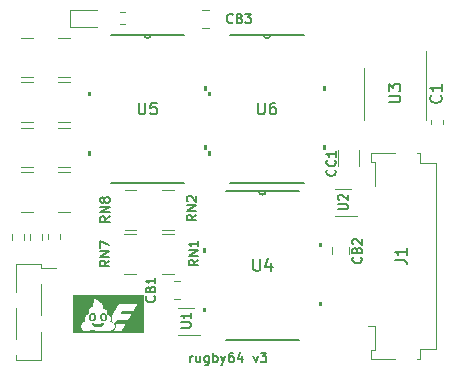
<source format=gbr>
%TF.GenerationSoftware,KiCad,Pcbnew,7.0.8*%
%TF.CreationDate,2024-06-23T14:42:54-04:00*%
%TF.ProjectId,rugby64,72756762-7936-4342-9e6b-696361645f70,rev?*%
%TF.SameCoordinates,Original*%
%TF.FileFunction,Legend,Top*%
%TF.FilePolarity,Positive*%
%FSLAX46Y46*%
G04 Gerber Fmt 4.6, Leading zero omitted, Abs format (unit mm)*
G04 Created by KiCad (PCBNEW 7.0.8) date 2024-06-23 14:42:54*
%MOMM*%
%LPD*%
G01*
G04 APERTURE LIST*
%ADD10C,0.150000*%
%ADD11C,0.120000*%
%ADD12C,0.152400*%
G04 APERTURE END LIST*
D10*
X30438960Y-53970895D02*
X30438960Y-53437561D01*
X30438960Y-53589942D02*
X30477055Y-53513752D01*
X30477055Y-53513752D02*
X30515150Y-53475657D01*
X30515150Y-53475657D02*
X30591341Y-53437561D01*
X30591341Y-53437561D02*
X30667531Y-53437561D01*
X31277055Y-53437561D02*
X31277055Y-53970895D01*
X30934198Y-53437561D02*
X30934198Y-53856609D01*
X30934198Y-53856609D02*
X30972293Y-53932800D01*
X30972293Y-53932800D02*
X31048483Y-53970895D01*
X31048483Y-53970895D02*
X31162769Y-53970895D01*
X31162769Y-53970895D02*
X31238960Y-53932800D01*
X31238960Y-53932800D02*
X31277055Y-53894704D01*
X32000865Y-53437561D02*
X32000865Y-54085180D01*
X32000865Y-54085180D02*
X31962770Y-54161371D01*
X31962770Y-54161371D02*
X31924674Y-54199466D01*
X31924674Y-54199466D02*
X31848484Y-54237561D01*
X31848484Y-54237561D02*
X31734198Y-54237561D01*
X31734198Y-54237561D02*
X31658008Y-54199466D01*
X32000865Y-53932800D02*
X31924674Y-53970895D01*
X31924674Y-53970895D02*
X31772293Y-53970895D01*
X31772293Y-53970895D02*
X31696103Y-53932800D01*
X31696103Y-53932800D02*
X31658008Y-53894704D01*
X31658008Y-53894704D02*
X31619912Y-53818514D01*
X31619912Y-53818514D02*
X31619912Y-53589942D01*
X31619912Y-53589942D02*
X31658008Y-53513752D01*
X31658008Y-53513752D02*
X31696103Y-53475657D01*
X31696103Y-53475657D02*
X31772293Y-53437561D01*
X31772293Y-53437561D02*
X31924674Y-53437561D01*
X31924674Y-53437561D02*
X32000865Y-53475657D01*
X32381818Y-53970895D02*
X32381818Y-53170895D01*
X32381818Y-53475657D02*
X32458008Y-53437561D01*
X32458008Y-53437561D02*
X32610389Y-53437561D01*
X32610389Y-53437561D02*
X32686580Y-53475657D01*
X32686580Y-53475657D02*
X32724675Y-53513752D01*
X32724675Y-53513752D02*
X32762770Y-53589942D01*
X32762770Y-53589942D02*
X32762770Y-53818514D01*
X32762770Y-53818514D02*
X32724675Y-53894704D01*
X32724675Y-53894704D02*
X32686580Y-53932800D01*
X32686580Y-53932800D02*
X32610389Y-53970895D01*
X32610389Y-53970895D02*
X32458008Y-53970895D01*
X32458008Y-53970895D02*
X32381818Y-53932800D01*
X33029437Y-53437561D02*
X33219913Y-53970895D01*
X33410390Y-53437561D02*
X33219913Y-53970895D01*
X33219913Y-53970895D02*
X33143723Y-54161371D01*
X33143723Y-54161371D02*
X33105628Y-54199466D01*
X33105628Y-54199466D02*
X33029437Y-54237561D01*
X34058009Y-53170895D02*
X33905628Y-53170895D01*
X33905628Y-53170895D02*
X33829437Y-53208990D01*
X33829437Y-53208990D02*
X33791342Y-53247085D01*
X33791342Y-53247085D02*
X33715152Y-53361371D01*
X33715152Y-53361371D02*
X33677056Y-53513752D01*
X33677056Y-53513752D02*
X33677056Y-53818514D01*
X33677056Y-53818514D02*
X33715152Y-53894704D01*
X33715152Y-53894704D02*
X33753247Y-53932800D01*
X33753247Y-53932800D02*
X33829437Y-53970895D01*
X33829437Y-53970895D02*
X33981818Y-53970895D01*
X33981818Y-53970895D02*
X34058009Y-53932800D01*
X34058009Y-53932800D02*
X34096104Y-53894704D01*
X34096104Y-53894704D02*
X34134199Y-53818514D01*
X34134199Y-53818514D02*
X34134199Y-53628038D01*
X34134199Y-53628038D02*
X34096104Y-53551847D01*
X34096104Y-53551847D02*
X34058009Y-53513752D01*
X34058009Y-53513752D02*
X33981818Y-53475657D01*
X33981818Y-53475657D02*
X33829437Y-53475657D01*
X33829437Y-53475657D02*
X33753247Y-53513752D01*
X33753247Y-53513752D02*
X33715152Y-53551847D01*
X33715152Y-53551847D02*
X33677056Y-53628038D01*
X34819914Y-53437561D02*
X34819914Y-53970895D01*
X34629438Y-53132800D02*
X34438961Y-53704228D01*
X34438961Y-53704228D02*
X34934200Y-53704228D01*
X35772295Y-53437561D02*
X35962771Y-53970895D01*
X35962771Y-53970895D02*
X36153248Y-53437561D01*
X36381819Y-53170895D02*
X36877057Y-53170895D01*
X36877057Y-53170895D02*
X36610391Y-53475657D01*
X36610391Y-53475657D02*
X36724676Y-53475657D01*
X36724676Y-53475657D02*
X36800867Y-53513752D01*
X36800867Y-53513752D02*
X36838962Y-53551847D01*
X36838962Y-53551847D02*
X36877057Y-53628038D01*
X36877057Y-53628038D02*
X36877057Y-53818514D01*
X36877057Y-53818514D02*
X36838962Y-53894704D01*
X36838962Y-53894704D02*
X36800867Y-53932800D01*
X36800867Y-53932800D02*
X36724676Y-53970895D01*
X36724676Y-53970895D02*
X36496105Y-53970895D01*
X36496105Y-53970895D02*
X36419914Y-53932800D01*
X36419914Y-53932800D02*
X36381819Y-53894704D01*
X44882754Y-45093627D02*
X44920850Y-45131723D01*
X44920850Y-45131723D02*
X44958945Y-45246008D01*
X44958945Y-45246008D02*
X44958945Y-45322199D01*
X44958945Y-45322199D02*
X44920850Y-45436485D01*
X44920850Y-45436485D02*
X44844659Y-45512675D01*
X44844659Y-45512675D02*
X44768469Y-45550770D01*
X44768469Y-45550770D02*
X44616088Y-45588866D01*
X44616088Y-45588866D02*
X44501802Y-45588866D01*
X44501802Y-45588866D02*
X44349421Y-45550770D01*
X44349421Y-45550770D02*
X44273230Y-45512675D01*
X44273230Y-45512675D02*
X44197040Y-45436485D01*
X44197040Y-45436485D02*
X44158945Y-45322199D01*
X44158945Y-45322199D02*
X44158945Y-45246008D01*
X44158945Y-45246008D02*
X44197040Y-45131723D01*
X44197040Y-45131723D02*
X44235135Y-45093627D01*
X44539897Y-44484104D02*
X44577992Y-44369818D01*
X44577992Y-44369818D02*
X44616088Y-44331723D01*
X44616088Y-44331723D02*
X44692278Y-44293627D01*
X44692278Y-44293627D02*
X44806564Y-44293627D01*
X44806564Y-44293627D02*
X44882754Y-44331723D01*
X44882754Y-44331723D02*
X44920850Y-44369818D01*
X44920850Y-44369818D02*
X44958945Y-44446008D01*
X44958945Y-44446008D02*
X44958945Y-44750770D01*
X44958945Y-44750770D02*
X44158945Y-44750770D01*
X44158945Y-44750770D02*
X44158945Y-44484104D01*
X44158945Y-44484104D02*
X44197040Y-44407913D01*
X44197040Y-44407913D02*
X44235135Y-44369818D01*
X44235135Y-44369818D02*
X44311326Y-44331723D01*
X44311326Y-44331723D02*
X44387516Y-44331723D01*
X44387516Y-44331723D02*
X44463707Y-44369818D01*
X44463707Y-44369818D02*
X44501802Y-44407913D01*
X44501802Y-44407913D02*
X44539897Y-44484104D01*
X44539897Y-44484104D02*
X44539897Y-44750770D01*
X44235135Y-43988866D02*
X44197040Y-43950770D01*
X44197040Y-43950770D02*
X44158945Y-43874580D01*
X44158945Y-43874580D02*
X44158945Y-43684104D01*
X44158945Y-43684104D02*
X44197040Y-43607913D01*
X44197040Y-43607913D02*
X44235135Y-43569818D01*
X44235135Y-43569818D02*
X44311326Y-43531723D01*
X44311326Y-43531723D02*
X44387516Y-43531723D01*
X44387516Y-43531723D02*
X44501802Y-43569818D01*
X44501802Y-43569818D02*
X44958945Y-44026961D01*
X44958945Y-44026961D02*
X44958945Y-43531723D01*
X42678704Y-37693532D02*
X42716800Y-37731628D01*
X42716800Y-37731628D02*
X42754895Y-37845913D01*
X42754895Y-37845913D02*
X42754895Y-37922104D01*
X42754895Y-37922104D02*
X42716800Y-38036390D01*
X42716800Y-38036390D02*
X42640609Y-38112580D01*
X42640609Y-38112580D02*
X42564419Y-38150675D01*
X42564419Y-38150675D02*
X42412038Y-38188771D01*
X42412038Y-38188771D02*
X42297752Y-38188771D01*
X42297752Y-38188771D02*
X42145371Y-38150675D01*
X42145371Y-38150675D02*
X42069180Y-38112580D01*
X42069180Y-38112580D02*
X41992990Y-38036390D01*
X41992990Y-38036390D02*
X41954895Y-37922104D01*
X41954895Y-37922104D02*
X41954895Y-37845913D01*
X41954895Y-37845913D02*
X41992990Y-37731628D01*
X41992990Y-37731628D02*
X42031085Y-37693532D01*
X42678704Y-36893532D02*
X42716800Y-36931628D01*
X42716800Y-36931628D02*
X42754895Y-37045913D01*
X42754895Y-37045913D02*
X42754895Y-37122104D01*
X42754895Y-37122104D02*
X42716800Y-37236390D01*
X42716800Y-37236390D02*
X42640609Y-37312580D01*
X42640609Y-37312580D02*
X42564419Y-37350675D01*
X42564419Y-37350675D02*
X42412038Y-37388771D01*
X42412038Y-37388771D02*
X42297752Y-37388771D01*
X42297752Y-37388771D02*
X42145371Y-37350675D01*
X42145371Y-37350675D02*
X42069180Y-37312580D01*
X42069180Y-37312580D02*
X41992990Y-37236390D01*
X41992990Y-37236390D02*
X41954895Y-37122104D01*
X41954895Y-37122104D02*
X41954895Y-37045913D01*
X41954895Y-37045913D02*
X41992990Y-36931628D01*
X41992990Y-36931628D02*
X42031085Y-36893532D01*
X42754895Y-36131628D02*
X42754895Y-36588771D01*
X42754895Y-36360199D02*
X41954895Y-36360199D01*
X41954895Y-36360199D02*
X42069180Y-36436390D01*
X42069180Y-36436390D02*
X42145371Y-36512580D01*
X42145371Y-36512580D02*
X42183466Y-36588771D01*
X27387904Y-48412332D02*
X27426000Y-48450428D01*
X27426000Y-48450428D02*
X27464095Y-48564713D01*
X27464095Y-48564713D02*
X27464095Y-48640904D01*
X27464095Y-48640904D02*
X27426000Y-48755190D01*
X27426000Y-48755190D02*
X27349809Y-48831380D01*
X27349809Y-48831380D02*
X27273619Y-48869475D01*
X27273619Y-48869475D02*
X27121238Y-48907571D01*
X27121238Y-48907571D02*
X27006952Y-48907571D01*
X27006952Y-48907571D02*
X26854571Y-48869475D01*
X26854571Y-48869475D02*
X26778380Y-48831380D01*
X26778380Y-48831380D02*
X26702190Y-48755190D01*
X26702190Y-48755190D02*
X26664095Y-48640904D01*
X26664095Y-48640904D02*
X26664095Y-48564713D01*
X26664095Y-48564713D02*
X26702190Y-48450428D01*
X26702190Y-48450428D02*
X26740285Y-48412332D01*
X27045047Y-47802809D02*
X27083142Y-47688523D01*
X27083142Y-47688523D02*
X27121238Y-47650428D01*
X27121238Y-47650428D02*
X27197428Y-47612332D01*
X27197428Y-47612332D02*
X27311714Y-47612332D01*
X27311714Y-47612332D02*
X27387904Y-47650428D01*
X27387904Y-47650428D02*
X27426000Y-47688523D01*
X27426000Y-47688523D02*
X27464095Y-47764713D01*
X27464095Y-47764713D02*
X27464095Y-48069475D01*
X27464095Y-48069475D02*
X26664095Y-48069475D01*
X26664095Y-48069475D02*
X26664095Y-47802809D01*
X26664095Y-47802809D02*
X26702190Y-47726618D01*
X26702190Y-47726618D02*
X26740285Y-47688523D01*
X26740285Y-47688523D02*
X26816476Y-47650428D01*
X26816476Y-47650428D02*
X26892666Y-47650428D01*
X26892666Y-47650428D02*
X26968857Y-47688523D01*
X26968857Y-47688523D02*
X27006952Y-47726618D01*
X27006952Y-47726618D02*
X27045047Y-47802809D01*
X27045047Y-47802809D02*
X27045047Y-48069475D01*
X27464095Y-46850428D02*
X27464095Y-47307571D01*
X27464095Y-47078999D02*
X26664095Y-47078999D01*
X26664095Y-47078999D02*
X26778380Y-47155190D01*
X26778380Y-47155190D02*
X26854571Y-47231380D01*
X26854571Y-47231380D02*
X26892666Y-47307571D01*
X30923944Y-41497476D02*
X30542991Y-41764143D01*
X30923944Y-41954619D02*
X30123944Y-41954619D01*
X30123944Y-41954619D02*
X30123944Y-41649857D01*
X30123944Y-41649857D02*
X30162039Y-41573667D01*
X30162039Y-41573667D02*
X30200134Y-41535572D01*
X30200134Y-41535572D02*
X30276325Y-41497476D01*
X30276325Y-41497476D02*
X30390610Y-41497476D01*
X30390610Y-41497476D02*
X30466801Y-41535572D01*
X30466801Y-41535572D02*
X30504896Y-41573667D01*
X30504896Y-41573667D02*
X30542991Y-41649857D01*
X30542991Y-41649857D02*
X30542991Y-41954619D01*
X30923944Y-41154619D02*
X30123944Y-41154619D01*
X30123944Y-41154619D02*
X30923944Y-40697476D01*
X30923944Y-40697476D02*
X30123944Y-40697476D01*
X30200134Y-40354620D02*
X30162039Y-40316524D01*
X30162039Y-40316524D02*
X30123944Y-40240334D01*
X30123944Y-40240334D02*
X30123944Y-40049858D01*
X30123944Y-40049858D02*
X30162039Y-39973667D01*
X30162039Y-39973667D02*
X30200134Y-39935572D01*
X30200134Y-39935572D02*
X30276325Y-39897477D01*
X30276325Y-39897477D02*
X30352515Y-39897477D01*
X30352515Y-39897477D02*
X30466801Y-39935572D01*
X30466801Y-39935572D02*
X30923944Y-40392715D01*
X30923944Y-40392715D02*
X30923944Y-39897477D01*
X35775995Y-45251019D02*
X35775995Y-46060542D01*
X35775995Y-46060542D02*
X35823614Y-46155780D01*
X35823614Y-46155780D02*
X35871233Y-46203400D01*
X35871233Y-46203400D02*
X35966471Y-46251019D01*
X35966471Y-46251019D02*
X36156947Y-46251019D01*
X36156947Y-46251019D02*
X36252185Y-46203400D01*
X36252185Y-46203400D02*
X36299804Y-46155780D01*
X36299804Y-46155780D02*
X36347423Y-46060542D01*
X36347423Y-46060542D02*
X36347423Y-45251019D01*
X37252185Y-45584352D02*
X37252185Y-46251019D01*
X37014090Y-45203400D02*
X36775995Y-45917685D01*
X36775995Y-45917685D02*
X37395042Y-45917685D01*
X42970895Y-41050923D02*
X43618514Y-41050923D01*
X43618514Y-41050923D02*
X43694704Y-41012828D01*
X43694704Y-41012828D02*
X43732800Y-40974733D01*
X43732800Y-40974733D02*
X43770895Y-40898542D01*
X43770895Y-40898542D02*
X43770895Y-40746161D01*
X43770895Y-40746161D02*
X43732800Y-40669971D01*
X43732800Y-40669971D02*
X43694704Y-40631876D01*
X43694704Y-40631876D02*
X43618514Y-40593780D01*
X43618514Y-40593780D02*
X42970895Y-40593780D01*
X43047085Y-40250924D02*
X43008990Y-40212828D01*
X43008990Y-40212828D02*
X42970895Y-40136638D01*
X42970895Y-40136638D02*
X42970895Y-39946162D01*
X42970895Y-39946162D02*
X43008990Y-39869971D01*
X43008990Y-39869971D02*
X43047085Y-39831876D01*
X43047085Y-39831876D02*
X43123276Y-39793781D01*
X43123276Y-39793781D02*
X43199466Y-39793781D01*
X43199466Y-39793781D02*
X43313752Y-39831876D01*
X43313752Y-39831876D02*
X43770895Y-40289019D01*
X43770895Y-40289019D02*
X43770895Y-39793781D01*
X31090545Y-45315875D02*
X30709592Y-45582542D01*
X31090545Y-45773018D02*
X30290545Y-45773018D01*
X30290545Y-45773018D02*
X30290545Y-45468256D01*
X30290545Y-45468256D02*
X30328640Y-45392066D01*
X30328640Y-45392066D02*
X30366735Y-45353971D01*
X30366735Y-45353971D02*
X30442926Y-45315875D01*
X30442926Y-45315875D02*
X30557211Y-45315875D01*
X30557211Y-45315875D02*
X30633402Y-45353971D01*
X30633402Y-45353971D02*
X30671497Y-45392066D01*
X30671497Y-45392066D02*
X30709592Y-45468256D01*
X30709592Y-45468256D02*
X30709592Y-45773018D01*
X31090545Y-44973018D02*
X30290545Y-44973018D01*
X30290545Y-44973018D02*
X31090545Y-44515875D01*
X31090545Y-44515875D02*
X30290545Y-44515875D01*
X31090545Y-43715876D02*
X31090545Y-44173019D01*
X31090545Y-43944447D02*
X30290545Y-43944447D01*
X30290545Y-43944447D02*
X30404830Y-44020638D01*
X30404830Y-44020638D02*
X30481021Y-44096828D01*
X30481021Y-44096828D02*
X30519116Y-44173019D01*
X47219318Y-31987900D02*
X48028841Y-31987900D01*
X48028841Y-31987900D02*
X48124079Y-31940281D01*
X48124079Y-31940281D02*
X48171699Y-31892662D01*
X48171699Y-31892662D02*
X48219318Y-31797424D01*
X48219318Y-31797424D02*
X48219318Y-31606948D01*
X48219318Y-31606948D02*
X48171699Y-31511710D01*
X48171699Y-31511710D02*
X48124079Y-31464091D01*
X48124079Y-31464091D02*
X48028841Y-31416472D01*
X48028841Y-31416472D02*
X47219318Y-31416472D01*
X47219318Y-31035519D02*
X47219318Y-30416472D01*
X47219318Y-30416472D02*
X47600270Y-30749805D01*
X47600270Y-30749805D02*
X47600270Y-30606948D01*
X47600270Y-30606948D02*
X47647889Y-30511710D01*
X47647889Y-30511710D02*
X47695508Y-30464091D01*
X47695508Y-30464091D02*
X47790746Y-30416472D01*
X47790746Y-30416472D02*
X48028841Y-30416472D01*
X48028841Y-30416472D02*
X48124079Y-30464091D01*
X48124079Y-30464091D02*
X48171699Y-30511710D01*
X48171699Y-30511710D02*
X48219318Y-30606948D01*
X48219318Y-30606948D02*
X48219318Y-30892662D01*
X48219318Y-30892662D02*
X48171699Y-30987900D01*
X48171699Y-30987900D02*
X48124079Y-31035519D01*
X29680945Y-51062618D02*
X30328564Y-51062618D01*
X30328564Y-51062618D02*
X30404754Y-51024523D01*
X30404754Y-51024523D02*
X30442850Y-50986428D01*
X30442850Y-50986428D02*
X30480945Y-50910237D01*
X30480945Y-50910237D02*
X30480945Y-50757856D01*
X30480945Y-50757856D02*
X30442850Y-50681666D01*
X30442850Y-50681666D02*
X30404754Y-50643571D01*
X30404754Y-50643571D02*
X30328564Y-50605475D01*
X30328564Y-50605475D02*
X29680945Y-50605475D01*
X30480945Y-49805476D02*
X30480945Y-50262619D01*
X30480945Y-50034047D02*
X29680945Y-50034047D01*
X29680945Y-50034047D02*
X29795230Y-50110238D01*
X29795230Y-50110238D02*
X29871421Y-50186428D01*
X29871421Y-50186428D02*
X29909516Y-50262619D01*
X34036067Y-25203504D02*
X33997971Y-25241600D01*
X33997971Y-25241600D02*
X33883686Y-25279695D01*
X33883686Y-25279695D02*
X33807495Y-25279695D01*
X33807495Y-25279695D02*
X33693209Y-25241600D01*
X33693209Y-25241600D02*
X33617019Y-25165409D01*
X33617019Y-25165409D02*
X33578924Y-25089219D01*
X33578924Y-25089219D02*
X33540828Y-24936838D01*
X33540828Y-24936838D02*
X33540828Y-24822552D01*
X33540828Y-24822552D02*
X33578924Y-24670171D01*
X33578924Y-24670171D02*
X33617019Y-24593980D01*
X33617019Y-24593980D02*
X33693209Y-24517790D01*
X33693209Y-24517790D02*
X33807495Y-24479695D01*
X33807495Y-24479695D02*
X33883686Y-24479695D01*
X33883686Y-24479695D02*
X33997971Y-24517790D01*
X33997971Y-24517790D02*
X34036067Y-24555885D01*
X34645590Y-24860647D02*
X34759876Y-24898742D01*
X34759876Y-24898742D02*
X34797971Y-24936838D01*
X34797971Y-24936838D02*
X34836067Y-25013028D01*
X34836067Y-25013028D02*
X34836067Y-25127314D01*
X34836067Y-25127314D02*
X34797971Y-25203504D01*
X34797971Y-25203504D02*
X34759876Y-25241600D01*
X34759876Y-25241600D02*
X34683686Y-25279695D01*
X34683686Y-25279695D02*
X34378924Y-25279695D01*
X34378924Y-25279695D02*
X34378924Y-24479695D01*
X34378924Y-24479695D02*
X34645590Y-24479695D01*
X34645590Y-24479695D02*
X34721781Y-24517790D01*
X34721781Y-24517790D02*
X34759876Y-24555885D01*
X34759876Y-24555885D02*
X34797971Y-24632076D01*
X34797971Y-24632076D02*
X34797971Y-24708266D01*
X34797971Y-24708266D02*
X34759876Y-24784457D01*
X34759876Y-24784457D02*
X34721781Y-24822552D01*
X34721781Y-24822552D02*
X34645590Y-24860647D01*
X34645590Y-24860647D02*
X34378924Y-24860647D01*
X35102733Y-24479695D02*
X35597971Y-24479695D01*
X35597971Y-24479695D02*
X35331305Y-24784457D01*
X35331305Y-24784457D02*
X35445590Y-24784457D01*
X35445590Y-24784457D02*
X35521781Y-24822552D01*
X35521781Y-24822552D02*
X35559876Y-24860647D01*
X35559876Y-24860647D02*
X35597971Y-24936838D01*
X35597971Y-24936838D02*
X35597971Y-25127314D01*
X35597971Y-25127314D02*
X35559876Y-25203504D01*
X35559876Y-25203504D02*
X35521781Y-25241600D01*
X35521781Y-25241600D02*
X35445590Y-25279695D01*
X35445590Y-25279695D02*
X35217019Y-25279695D01*
X35217019Y-25279695D02*
X35140828Y-25241600D01*
X35140828Y-25241600D02*
X35102733Y-25203504D01*
X23557944Y-45379476D02*
X23176991Y-45646143D01*
X23557944Y-45836619D02*
X22757944Y-45836619D01*
X22757944Y-45836619D02*
X22757944Y-45531857D01*
X22757944Y-45531857D02*
X22796039Y-45455667D01*
X22796039Y-45455667D02*
X22834134Y-45417572D01*
X22834134Y-45417572D02*
X22910325Y-45379476D01*
X22910325Y-45379476D02*
X23024610Y-45379476D01*
X23024610Y-45379476D02*
X23100801Y-45417572D01*
X23100801Y-45417572D02*
X23138896Y-45455667D01*
X23138896Y-45455667D02*
X23176991Y-45531857D01*
X23176991Y-45531857D02*
X23176991Y-45836619D01*
X23557944Y-45036619D02*
X22757944Y-45036619D01*
X22757944Y-45036619D02*
X23557944Y-44579476D01*
X23557944Y-44579476D02*
X22757944Y-44579476D01*
X22757944Y-44274715D02*
X22757944Y-43741381D01*
X22757944Y-43741381D02*
X23557944Y-44084239D01*
X36156995Y-32001818D02*
X36156995Y-32811341D01*
X36156995Y-32811341D02*
X36204614Y-32906579D01*
X36204614Y-32906579D02*
X36252233Y-32954199D01*
X36252233Y-32954199D02*
X36347471Y-33001818D01*
X36347471Y-33001818D02*
X36537947Y-33001818D01*
X36537947Y-33001818D02*
X36633185Y-32954199D01*
X36633185Y-32954199D02*
X36680804Y-32906579D01*
X36680804Y-32906579D02*
X36728423Y-32811341D01*
X36728423Y-32811341D02*
X36728423Y-32001818D01*
X37633185Y-32001818D02*
X37442709Y-32001818D01*
X37442709Y-32001818D02*
X37347471Y-32049437D01*
X37347471Y-32049437D02*
X37299852Y-32097056D01*
X37299852Y-32097056D02*
X37204614Y-32239913D01*
X37204614Y-32239913D02*
X37156995Y-32430389D01*
X37156995Y-32430389D02*
X37156995Y-32811341D01*
X37156995Y-32811341D02*
X37204614Y-32906579D01*
X37204614Y-32906579D02*
X37252233Y-32954199D01*
X37252233Y-32954199D02*
X37347471Y-33001818D01*
X37347471Y-33001818D02*
X37537947Y-33001818D01*
X37537947Y-33001818D02*
X37633185Y-32954199D01*
X37633185Y-32954199D02*
X37680804Y-32906579D01*
X37680804Y-32906579D02*
X37728423Y-32811341D01*
X37728423Y-32811341D02*
X37728423Y-32573246D01*
X37728423Y-32573246D02*
X37680804Y-32478008D01*
X37680804Y-32478008D02*
X37633185Y-32430389D01*
X37633185Y-32430389D02*
X37537947Y-32382770D01*
X37537947Y-32382770D02*
X37347471Y-32382770D01*
X37347471Y-32382770D02*
X37252233Y-32430389D01*
X37252233Y-32430389D02*
X37204614Y-32478008D01*
X37204614Y-32478008D02*
X37156995Y-32573246D01*
X51635079Y-31400362D02*
X51682699Y-31447981D01*
X51682699Y-31447981D02*
X51730318Y-31590838D01*
X51730318Y-31590838D02*
X51730318Y-31686076D01*
X51730318Y-31686076D02*
X51682699Y-31828933D01*
X51682699Y-31828933D02*
X51587460Y-31924171D01*
X51587460Y-31924171D02*
X51492222Y-31971790D01*
X51492222Y-31971790D02*
X51301746Y-32019409D01*
X51301746Y-32019409D02*
X51158889Y-32019409D01*
X51158889Y-32019409D02*
X50968413Y-31971790D01*
X50968413Y-31971790D02*
X50873175Y-31924171D01*
X50873175Y-31924171D02*
X50777937Y-31828933D01*
X50777937Y-31828933D02*
X50730318Y-31686076D01*
X50730318Y-31686076D02*
X50730318Y-31590838D01*
X50730318Y-31590838D02*
X50777937Y-31447981D01*
X50777937Y-31447981D02*
X50825556Y-31400362D01*
X51730318Y-30447981D02*
X51730318Y-31019409D01*
X51730318Y-30733695D02*
X50730318Y-30733695D01*
X50730318Y-30733695D02*
X50873175Y-30828933D01*
X50873175Y-30828933D02*
X50968413Y-30924171D01*
X50968413Y-30924171D02*
X51016032Y-31019409D01*
X47769518Y-45329429D02*
X48483803Y-45329429D01*
X48483803Y-45329429D02*
X48626660Y-45377048D01*
X48626660Y-45377048D02*
X48721899Y-45472286D01*
X48721899Y-45472286D02*
X48769518Y-45615143D01*
X48769518Y-45615143D02*
X48769518Y-45710381D01*
X48769518Y-44329429D02*
X48769518Y-44900857D01*
X48769518Y-44615143D02*
X47769518Y-44615143D01*
X47769518Y-44615143D02*
X47912375Y-44710381D01*
X47912375Y-44710381D02*
X48007613Y-44805619D01*
X48007613Y-44805619D02*
X48055232Y-44900857D01*
X23608744Y-41639276D02*
X23227791Y-41905943D01*
X23608744Y-42096419D02*
X22808744Y-42096419D01*
X22808744Y-42096419D02*
X22808744Y-41791657D01*
X22808744Y-41791657D02*
X22846839Y-41715467D01*
X22846839Y-41715467D02*
X22884934Y-41677372D01*
X22884934Y-41677372D02*
X22961125Y-41639276D01*
X22961125Y-41639276D02*
X23075410Y-41639276D01*
X23075410Y-41639276D02*
X23151601Y-41677372D01*
X23151601Y-41677372D02*
X23189696Y-41715467D01*
X23189696Y-41715467D02*
X23227791Y-41791657D01*
X23227791Y-41791657D02*
X23227791Y-42096419D01*
X23608744Y-41296419D02*
X22808744Y-41296419D01*
X22808744Y-41296419D02*
X23608744Y-40839276D01*
X23608744Y-40839276D02*
X22808744Y-40839276D01*
X23151601Y-40344039D02*
X23113506Y-40420229D01*
X23113506Y-40420229D02*
X23075410Y-40458324D01*
X23075410Y-40458324D02*
X22999220Y-40496420D01*
X22999220Y-40496420D02*
X22961125Y-40496420D01*
X22961125Y-40496420D02*
X22884934Y-40458324D01*
X22884934Y-40458324D02*
X22846839Y-40420229D01*
X22846839Y-40420229D02*
X22808744Y-40344039D01*
X22808744Y-40344039D02*
X22808744Y-40191658D01*
X22808744Y-40191658D02*
X22846839Y-40115467D01*
X22846839Y-40115467D02*
X22884934Y-40077372D01*
X22884934Y-40077372D02*
X22961125Y-40039277D01*
X22961125Y-40039277D02*
X22999220Y-40039277D01*
X22999220Y-40039277D02*
X23075410Y-40077372D01*
X23075410Y-40077372D02*
X23113506Y-40115467D01*
X23113506Y-40115467D02*
X23151601Y-40191658D01*
X23151601Y-40191658D02*
X23151601Y-40344039D01*
X23151601Y-40344039D02*
X23189696Y-40420229D01*
X23189696Y-40420229D02*
X23227791Y-40458324D01*
X23227791Y-40458324D02*
X23303982Y-40496420D01*
X23303982Y-40496420D02*
X23456363Y-40496420D01*
X23456363Y-40496420D02*
X23532553Y-40458324D01*
X23532553Y-40458324D02*
X23570649Y-40420229D01*
X23570649Y-40420229D02*
X23608744Y-40344039D01*
X23608744Y-40344039D02*
X23608744Y-40191658D01*
X23608744Y-40191658D02*
X23570649Y-40115467D01*
X23570649Y-40115467D02*
X23532553Y-40077372D01*
X23532553Y-40077372D02*
X23456363Y-40039277D01*
X23456363Y-40039277D02*
X23303982Y-40039277D01*
X23303982Y-40039277D02*
X23227791Y-40077372D01*
X23227791Y-40077372D02*
X23189696Y-40115467D01*
X23189696Y-40115467D02*
X23151601Y-40191658D01*
X26047795Y-32001419D02*
X26047795Y-32810942D01*
X26047795Y-32810942D02*
X26095414Y-32906180D01*
X26095414Y-32906180D02*
X26143033Y-32953800D01*
X26143033Y-32953800D02*
X26238271Y-33001419D01*
X26238271Y-33001419D02*
X26428747Y-33001419D01*
X26428747Y-33001419D02*
X26523985Y-32953800D01*
X26523985Y-32953800D02*
X26571604Y-32906180D01*
X26571604Y-32906180D02*
X26619223Y-32810942D01*
X26619223Y-32810942D02*
X26619223Y-32001419D01*
X27571604Y-32001419D02*
X27095414Y-32001419D01*
X27095414Y-32001419D02*
X27047795Y-32477609D01*
X27047795Y-32477609D02*
X27095414Y-32429990D01*
X27095414Y-32429990D02*
X27190652Y-32382371D01*
X27190652Y-32382371D02*
X27428747Y-32382371D01*
X27428747Y-32382371D02*
X27523985Y-32429990D01*
X27523985Y-32429990D02*
X27571604Y-32477609D01*
X27571604Y-32477609D02*
X27619223Y-32572847D01*
X27619223Y-32572847D02*
X27619223Y-32810942D01*
X27619223Y-32810942D02*
X27571604Y-32906180D01*
X27571604Y-32906180D02*
X27523985Y-32953800D01*
X27523985Y-32953800D02*
X27428747Y-33001419D01*
X27428747Y-33001419D02*
X27190652Y-33001419D01*
X27190652Y-33001419D02*
X27095414Y-32953800D01*
X27095414Y-32953800D02*
X27047795Y-32906180D01*
D11*
%TO.C,R3*%
X19388950Y-43117037D02*
X19388950Y-43591553D01*
X18343950Y-43117037D02*
X18343950Y-43591553D01*
%TO.C,G\u002A\u002A\u002A*%
G36*
X25402167Y-49093146D02*
G01*
X25398833Y-49096480D01*
X25395499Y-49093146D01*
X25398833Y-49089811D01*
X25402167Y-49093146D01*
G37*
G36*
X22148016Y-50695674D02*
G01*
X22172408Y-50697161D01*
X22205534Y-50699304D01*
X22245111Y-50701954D01*
X22288855Y-50704963D01*
X22308022Y-50706304D01*
X22378509Y-50710464D01*
X22455055Y-50713570D01*
X22534769Y-50715604D01*
X22614762Y-50716544D01*
X22692146Y-50716371D01*
X22764031Y-50715065D01*
X22827528Y-50712604D01*
X22865169Y-50710205D01*
X22907730Y-50707373D01*
X22957058Y-50704821D01*
X23006583Y-50702854D01*
X23044016Y-50701870D01*
X23136509Y-50700234D01*
X23149913Y-50717992D01*
X23159428Y-50736806D01*
X23158666Y-50754668D01*
X23150397Y-50770658D01*
X23133157Y-50792133D01*
X23109020Y-50817103D01*
X23080060Y-50843575D01*
X23048348Y-50869559D01*
X23015958Y-50893062D01*
X23011540Y-50896007D01*
X22927076Y-50945873D01*
X22843765Y-50983020D01*
X22760107Y-51007801D01*
X22674599Y-51020567D01*
X22585741Y-51021670D01*
X22507998Y-51013926D01*
X22422011Y-50995087D01*
X22336387Y-50964190D01*
X22253477Y-50922368D01*
X22175632Y-50870749D01*
X22126900Y-50830727D01*
X22095888Y-50799019D01*
X22075751Y-50769849D01*
X22066438Y-50744159D01*
X22067892Y-50722893D01*
X22080062Y-50706991D01*
X22102892Y-50697397D01*
X22134643Y-50694992D01*
X22148016Y-50695674D01*
G37*
G36*
X23131439Y-49784551D02*
G01*
X23186246Y-49802170D01*
X23238679Y-49830752D01*
X23287198Y-49869842D01*
X23320351Y-49906105D01*
X23330542Y-49922201D01*
X23343308Y-49947175D01*
X23356989Y-49977256D01*
X23369925Y-50008677D01*
X23380456Y-50037669D01*
X23385219Y-50053398D01*
X23391611Y-50087970D01*
X23395282Y-50130581D01*
X23396240Y-50176803D01*
X23394492Y-50222208D01*
X23390046Y-50262369D01*
X23384818Y-50286833D01*
X23364547Y-50344186D01*
X23339002Y-50395070D01*
X23309838Y-50436223D01*
X23307854Y-50438486D01*
X23263046Y-50480078D01*
X23213303Y-50510503D01*
X23160158Y-50529328D01*
X23105147Y-50536120D01*
X23049806Y-50530447D01*
X23016337Y-50520605D01*
X22959288Y-50492817D01*
X22910111Y-50454603D01*
X22868389Y-50405576D01*
X22837564Y-50353283D01*
X22811705Y-50289417D01*
X22795699Y-50223171D01*
X22789171Y-50156131D01*
X22789998Y-50134829D01*
X22934337Y-50134829D01*
X22936797Y-50191532D01*
X22947215Y-50246053D01*
X22965344Y-50296001D01*
X22990936Y-50338985D01*
X23017731Y-50367711D01*
X23052547Y-50390586D01*
X23088029Y-50400146D01*
X23124243Y-50396401D01*
X23148689Y-50386587D01*
X23164023Y-50375866D01*
X23181471Y-50359839D01*
X23187222Y-50353632D01*
X23218038Y-50308843D01*
X23239613Y-50256634D01*
X23251742Y-50199393D01*
X23254218Y-50139509D01*
X23246836Y-50079372D01*
X23229391Y-50021371D01*
X23217986Y-49996173D01*
X23191559Y-49954869D01*
X23160859Y-49925017D01*
X23127326Y-49906740D01*
X23092399Y-49900162D01*
X23057516Y-49905406D01*
X23024117Y-49922595D01*
X22993641Y-49951853D01*
X22977178Y-49975548D01*
X22954280Y-50024445D01*
X22940082Y-50078336D01*
X22934337Y-50134829D01*
X22789998Y-50134829D01*
X22791743Y-50089885D01*
X22803041Y-50026019D01*
X22822689Y-49966121D01*
X22850309Y-49911777D01*
X22885525Y-49864574D01*
X22927963Y-49826101D01*
X22968195Y-49802031D01*
X23020872Y-49784026D01*
X23075800Y-49778351D01*
X23131439Y-49784551D01*
G37*
G36*
X22197268Y-49779401D02*
G01*
X22252826Y-49790917D01*
X22303702Y-49814493D01*
X22349181Y-49849455D01*
X22388550Y-49895132D01*
X22421096Y-49950849D01*
X22445329Y-50013387D01*
X22452566Y-50047429D01*
X22456902Y-50090362D01*
X22458331Y-50138058D01*
X22456852Y-50186390D01*
X22452458Y-50231231D01*
X22445596Y-50266775D01*
X22421688Y-50333840D01*
X22387511Y-50394925D01*
X22344342Y-50448254D01*
X22293459Y-50492051D01*
X22274774Y-50504366D01*
X22236398Y-50521526D01*
X22190986Y-50531967D01*
X22143285Y-50535216D01*
X22098041Y-50530799D01*
X22074284Y-50524355D01*
X22015749Y-50496650D01*
X21965074Y-50458268D01*
X21922532Y-50409503D01*
X21888395Y-50350645D01*
X21870312Y-50305570D01*
X21857378Y-50254777D01*
X21849939Y-50197395D01*
X21849435Y-50179860D01*
X21987917Y-50179860D01*
X21992531Y-50225370D01*
X22000452Y-50257728D01*
X22019920Y-50306454D01*
X22041259Y-50343566D01*
X22065745Y-50370775D01*
X22094655Y-50389792D01*
X22101301Y-50392858D01*
X22125590Y-50401164D01*
X22147785Y-50402394D01*
X22174734Y-50396909D01*
X22175318Y-50396747D01*
X22204858Y-50382133D01*
X22232917Y-50356241D01*
X22258186Y-50321132D01*
X22279353Y-50278863D01*
X22295109Y-50231493D01*
X22302023Y-50197685D01*
X22306068Y-50144663D01*
X22302412Y-50093386D01*
X22291906Y-50045250D01*
X22275400Y-50001648D01*
X22253744Y-49963976D01*
X22227788Y-49933628D01*
X22198384Y-49911999D01*
X22166382Y-49900483D01*
X22132631Y-49900475D01*
X22122288Y-49902927D01*
X22086125Y-49920369D01*
X22053852Y-49949873D01*
X22026242Y-49990534D01*
X22004064Y-50041449D01*
X22003950Y-50041778D01*
X21993704Y-50083280D01*
X21988334Y-50130902D01*
X21987917Y-50179860D01*
X21849435Y-50179860D01*
X21848247Y-50138520D01*
X21852549Y-50083248D01*
X21857998Y-50054403D01*
X21880112Y-49986235D01*
X21910845Y-49926453D01*
X21949322Y-49875764D01*
X21994670Y-49834877D01*
X22046014Y-49804500D01*
X22102480Y-49785342D01*
X22163194Y-49778112D01*
X22197268Y-49779401D01*
G37*
G36*
X26495788Y-50066734D02*
G01*
X26492200Y-51536600D01*
X23545800Y-51536600D01*
X20497800Y-51536600D01*
X20494213Y-50963140D01*
X21192758Y-50963140D01*
X21194380Y-51005558D01*
X21198524Y-51044098D01*
X21205192Y-51075362D01*
X21211502Y-51091365D01*
X21218562Y-51108725D01*
X21221070Y-51122224D01*
X21225873Y-51137439D01*
X21231073Y-51143684D01*
X21239565Y-51155415D01*
X21241075Y-51161879D01*
X21245460Y-51173617D01*
X21256913Y-51191290D01*
X21272885Y-51211595D01*
X21290824Y-51231228D01*
X21304248Y-51243703D01*
X21320310Y-51257607D01*
X21333527Y-51269691D01*
X21334766Y-51270893D01*
X21347727Y-51281507D01*
X21354948Y-51285855D01*
X21369454Y-51293267D01*
X21374444Y-51296038D01*
X21415965Y-51313918D01*
X21467407Y-51326333D01*
X21526381Y-51332961D01*
X21590504Y-51333482D01*
X21631178Y-51330658D01*
X21666766Y-51327653D01*
X21704097Y-51325324D01*
X21736857Y-51324040D01*
X21746646Y-51323903D01*
X21772900Y-51322773D01*
X21795497Y-51319967D01*
X21809690Y-51316084D01*
X21809996Y-51315925D01*
X21815368Y-51313817D01*
X21823979Y-51311841D01*
X21836875Y-51309923D01*
X21855104Y-51307990D01*
X21879713Y-51305968D01*
X21911749Y-51303784D01*
X21952260Y-51301364D01*
X22002292Y-51298634D01*
X22062893Y-51295521D01*
X22135110Y-51291951D01*
X22187167Y-51289429D01*
X22238726Y-51287030D01*
X22278726Y-51285431D01*
X22308921Y-51284658D01*
X22331066Y-51284737D01*
X22346917Y-51285693D01*
X22358228Y-51287552D01*
X22366754Y-51290340D01*
X22370548Y-51292103D01*
X22387770Y-51297948D01*
X22412876Y-51303162D01*
X22440359Y-51306608D01*
X22465966Y-51309348D01*
X22487268Y-51312798D01*
X22499915Y-51316243D01*
X22500375Y-51316471D01*
X22509831Y-51318246D01*
X22530710Y-51320193D01*
X22561100Y-51322198D01*
X22599089Y-51324150D01*
X22642767Y-51325935D01*
X22683307Y-51327248D01*
X22731052Y-51328784D01*
X22775401Y-51330532D01*
X22814291Y-51332388D01*
X22845659Y-51334243D01*
X22867443Y-51335991D01*
X22876691Y-51337266D01*
X22891377Y-51339064D01*
X22917622Y-51340509D01*
X22953649Y-51341601D01*
X22997685Y-51342342D01*
X23047955Y-51342734D01*
X23102686Y-51342779D01*
X23160101Y-51342477D01*
X23218428Y-51341831D01*
X23275891Y-51340843D01*
X23330716Y-51339513D01*
X23381129Y-51337844D01*
X23406290Y-51336784D01*
X23463242Y-51333734D01*
X23915110Y-51333734D01*
X23918445Y-51337068D01*
X23921779Y-51333734D01*
X23928447Y-51333734D01*
X23931781Y-51337068D01*
X23933375Y-51335474D01*
X23944676Y-51335474D01*
X23951231Y-51336541D01*
X23959880Y-51335315D01*
X23959952Y-51333734D01*
X23981795Y-51333734D01*
X23985129Y-51337068D01*
X23988463Y-51333734D01*
X23995131Y-51333734D01*
X23998466Y-51337068D01*
X24001800Y-51333734D01*
X24021805Y-51333734D01*
X24025139Y-51337068D01*
X24028473Y-51333734D01*
X24035142Y-51333734D01*
X24038476Y-51337068D01*
X24041810Y-51333734D01*
X24048479Y-51333734D01*
X24051813Y-51337068D01*
X24053407Y-51335474D01*
X24078045Y-51335474D01*
X24084599Y-51336541D01*
X24093248Y-51335315D01*
X24093320Y-51333734D01*
X24101826Y-51333734D01*
X24105160Y-51337068D01*
X24106754Y-51335474D01*
X24118055Y-51335474D01*
X24124610Y-51336541D01*
X24133259Y-51335315D01*
X24133331Y-51333734D01*
X24141837Y-51333734D01*
X24145171Y-51337068D01*
X24148505Y-51333734D01*
X24155173Y-51333734D01*
X24158508Y-51337068D01*
X24161842Y-51333734D01*
X24168510Y-51333734D01*
X24171844Y-51337068D01*
X24175179Y-51333734D01*
X24171844Y-51330399D01*
X24181847Y-51330399D01*
X24184287Y-51335888D01*
X24186293Y-51334845D01*
X24186405Y-51333734D01*
X24208521Y-51333734D01*
X24211855Y-51337068D01*
X24215189Y-51333734D01*
X24221858Y-51333734D01*
X24225192Y-51337068D01*
X24228526Y-51333734D01*
X24235194Y-51333734D01*
X24238529Y-51337068D01*
X24241863Y-51333734D01*
X24248531Y-51333734D01*
X24251865Y-51337068D01*
X24255200Y-51333734D01*
X24275205Y-51333734D01*
X24278539Y-51337068D01*
X24281873Y-51333734D01*
X24288542Y-51333734D01*
X24291876Y-51337068D01*
X24295210Y-51333734D01*
X24301879Y-51333734D01*
X24305213Y-51337068D01*
X24308547Y-51333734D01*
X24315215Y-51333734D01*
X24318550Y-51337068D01*
X24321884Y-51333734D01*
X24328552Y-51333734D01*
X24331886Y-51337068D01*
X24335221Y-51333734D01*
X24341889Y-51333734D01*
X24345223Y-51337068D01*
X24348557Y-51333734D01*
X24368563Y-51333734D01*
X24371897Y-51337068D01*
X24375231Y-51333734D01*
X24381900Y-51333734D01*
X24385234Y-51337068D01*
X24386828Y-51335474D01*
X24398129Y-51335474D01*
X24404683Y-51336541D01*
X24413332Y-51335315D01*
X24413404Y-51333734D01*
X24421910Y-51333734D01*
X24425244Y-51337068D01*
X24426838Y-51335474D01*
X24451476Y-51335474D01*
X24458031Y-51336541D01*
X24465558Y-51335474D01*
X24478150Y-51335474D01*
X24484704Y-51336541D01*
X24493353Y-51335315D01*
X24493425Y-51333734D01*
X24501931Y-51333734D01*
X24505265Y-51337068D01*
X24508599Y-51333734D01*
X24515268Y-51333734D01*
X24518602Y-51337068D01*
X24521936Y-51333734D01*
X24520824Y-51332622D01*
X24530828Y-51332622D01*
X24531743Y-51336587D01*
X24535273Y-51337068D01*
X24540762Y-51334628D01*
X24539719Y-51332622D01*
X24531805Y-51331824D01*
X24530828Y-51332622D01*
X24520824Y-51332622D01*
X24518602Y-51330399D01*
X24515268Y-51333734D01*
X24508599Y-51333734D01*
X24505265Y-51330399D01*
X24501931Y-51333734D01*
X24493425Y-51333734D01*
X24493457Y-51333039D01*
X24484532Y-51331447D01*
X24480675Y-51332513D01*
X24478150Y-51335474D01*
X24465558Y-51335474D01*
X24466680Y-51335315D01*
X24466783Y-51333039D01*
X24457858Y-51331447D01*
X24454002Y-51332513D01*
X24451476Y-51335474D01*
X24426838Y-51335474D01*
X24428578Y-51333734D01*
X24425244Y-51330399D01*
X24421910Y-51333734D01*
X24413404Y-51333734D01*
X24413436Y-51333039D01*
X24404511Y-51331447D01*
X24400654Y-51332513D01*
X24398129Y-51335474D01*
X24386828Y-51335474D01*
X24388568Y-51333734D01*
X24385234Y-51330399D01*
X24381900Y-51333734D01*
X24375231Y-51333734D01*
X24371897Y-51330399D01*
X24368563Y-51333734D01*
X24348557Y-51333734D01*
X24345223Y-51330399D01*
X24341889Y-51333734D01*
X24335221Y-51333734D01*
X24331886Y-51330399D01*
X24328552Y-51333734D01*
X24321884Y-51333734D01*
X24318550Y-51330399D01*
X24315215Y-51333734D01*
X24308547Y-51333734D01*
X24305213Y-51330399D01*
X24301879Y-51333734D01*
X24295210Y-51333734D01*
X24291876Y-51330399D01*
X24288542Y-51333734D01*
X24281873Y-51333734D01*
X24278539Y-51330399D01*
X24275205Y-51333734D01*
X24255200Y-51333734D01*
X24251865Y-51330399D01*
X24248531Y-51333734D01*
X24241863Y-51333734D01*
X24238529Y-51330399D01*
X24235194Y-51333734D01*
X24228526Y-51333734D01*
X24225192Y-51330399D01*
X24221858Y-51333734D01*
X24215189Y-51333734D01*
X24211855Y-51330399D01*
X24208521Y-51333734D01*
X24186405Y-51333734D01*
X24187091Y-51326931D01*
X24186293Y-51325954D01*
X24182328Y-51326869D01*
X24181847Y-51330399D01*
X24171844Y-51330399D01*
X24168510Y-51333734D01*
X24161842Y-51333734D01*
X24158508Y-51330399D01*
X24155173Y-51333734D01*
X24148505Y-51333734D01*
X24145171Y-51330399D01*
X24141837Y-51333734D01*
X24133331Y-51333734D01*
X24133362Y-51333039D01*
X24124437Y-51331447D01*
X24120581Y-51332513D01*
X24118055Y-51335474D01*
X24106754Y-51335474D01*
X24108494Y-51333734D01*
X24105160Y-51330399D01*
X24101826Y-51333734D01*
X24093320Y-51333734D01*
X24093352Y-51333039D01*
X24084427Y-51331447D01*
X24080570Y-51332513D01*
X24078045Y-51335474D01*
X24053407Y-51335474D01*
X24055147Y-51333734D01*
X24051813Y-51330399D01*
X24048479Y-51333734D01*
X24041810Y-51333734D01*
X24038476Y-51330399D01*
X24035142Y-51333734D01*
X24028473Y-51333734D01*
X24025139Y-51330399D01*
X24021805Y-51333734D01*
X24001800Y-51333734D01*
X23998466Y-51330399D01*
X23995131Y-51333734D01*
X23988463Y-51333734D01*
X23985129Y-51330399D01*
X23981795Y-51333734D01*
X23959952Y-51333734D01*
X23959983Y-51333039D01*
X23951058Y-51331447D01*
X23947202Y-51332513D01*
X23944676Y-51335474D01*
X23933375Y-51335474D01*
X23935116Y-51333734D01*
X23931781Y-51330399D01*
X23928447Y-51333734D01*
X23921779Y-51333734D01*
X23918445Y-51330399D01*
X23915110Y-51333734D01*
X23463242Y-51333734D01*
X23487069Y-51332458D01*
X23555599Y-51327423D01*
X23572944Y-51325643D01*
X24549685Y-51325643D01*
X24551307Y-51329369D01*
X24558022Y-51336528D01*
X24561882Y-51335059D01*
X24561947Y-51334127D01*
X24561617Y-51333734D01*
X24575284Y-51333734D01*
X24578618Y-51337068D01*
X24581952Y-51333734D01*
X24578618Y-51330399D01*
X24575284Y-51333734D01*
X24561617Y-51333734D01*
X24557210Y-51328487D01*
X24554248Y-51326429D01*
X24549685Y-51325643D01*
X23572944Y-51325643D01*
X23612956Y-51321537D01*
X23660217Y-51314659D01*
X23675334Y-51311492D01*
X23938784Y-51311492D01*
X23938881Y-51311937D01*
X23945919Y-51312512D01*
X23965036Y-51313070D01*
X23994973Y-51313599D01*
X24034473Y-51314085D01*
X24082276Y-51314517D01*
X24137124Y-51314881D01*
X24197761Y-51315165D01*
X24262926Y-51315357D01*
X24285219Y-51315398D01*
X24369631Y-51315429D01*
X24441202Y-51315231D01*
X24500426Y-51314796D01*
X24547796Y-51314113D01*
X24562546Y-51313728D01*
X24641968Y-51313728D01*
X24645302Y-51317063D01*
X24648636Y-51313728D01*
X24645302Y-51310394D01*
X24641968Y-51313728D01*
X24562546Y-51313728D01*
X24583808Y-51313173D01*
X24608955Y-51311966D01*
X24623731Y-51310483D01*
X24628630Y-51308713D01*
X24628631Y-51308687D01*
X24632676Y-51298153D01*
X24633474Y-51297057D01*
X24655305Y-51297057D01*
X24657745Y-51302546D01*
X24659750Y-51301503D01*
X24660548Y-51293589D01*
X24659750Y-51292612D01*
X24655786Y-51293527D01*
X24655305Y-51297057D01*
X24633474Y-51297057D01*
X24637949Y-51290914D01*
X24645716Y-51280386D01*
X24661973Y-51280386D01*
X24665307Y-51283721D01*
X24668641Y-51280386D01*
X24665307Y-51277052D01*
X24661973Y-51280386D01*
X24645716Y-51280386D01*
X24648090Y-51277168D01*
X24660956Y-51256858D01*
X24673662Y-51234882D01*
X24679645Y-51223271D01*
X24696950Y-51223271D01*
X24697862Y-51223705D01*
X24703948Y-51219010D01*
X24705318Y-51217036D01*
X24707017Y-51210802D01*
X24706105Y-51210368D01*
X24700019Y-51215062D01*
X24698649Y-51217036D01*
X24696950Y-51223271D01*
X24679645Y-51223271D01*
X24683321Y-51216138D01*
X24686383Y-51208701D01*
X24692349Y-51198850D01*
X24696093Y-51197031D01*
X24701322Y-51191619D01*
X24701984Y-51187029D01*
X24715320Y-51187029D01*
X24718655Y-51190363D01*
X24721989Y-51187029D01*
X24718655Y-51183694D01*
X24715320Y-51187029D01*
X24701984Y-51187029D01*
X24705171Y-51178148D01*
X24707874Y-51177026D01*
X24714018Y-51171365D01*
X24716055Y-51167023D01*
X24728657Y-51167023D01*
X24731991Y-51170357D01*
X24735326Y-51167023D01*
X24731991Y-51163689D01*
X24728657Y-51167023D01*
X24716055Y-51167023D01*
X24720331Y-51157909D01*
X24724400Y-51141947D01*
X24724598Y-51140350D01*
X24728689Y-51133681D01*
X24748662Y-51133681D01*
X24751997Y-51137015D01*
X24755331Y-51133681D01*
X24751997Y-51130347D01*
X24748662Y-51133681D01*
X24728689Y-51133681D01*
X24730241Y-51131150D01*
X24734028Y-51128142D01*
X24741998Y-51118938D01*
X24755331Y-51118938D01*
X24756642Y-51123637D01*
X24757218Y-51123123D01*
X24762198Y-51116175D01*
X24768888Y-51107008D01*
X24775160Y-51097939D01*
X24772838Y-51098370D01*
X24767001Y-51102823D01*
X24757638Y-51112984D01*
X24755331Y-51118938D01*
X24741998Y-51118938D01*
X24742524Y-51118330D01*
X24750212Y-51103517D01*
X24753362Y-51091020D01*
X24753305Y-51090336D01*
X24753559Y-51089902D01*
X24776971Y-51089902D01*
X24777883Y-51090336D01*
X24783969Y-51085642D01*
X24785339Y-51083668D01*
X24787038Y-51077434D01*
X24786126Y-51077000D01*
X24780040Y-51081694D01*
X24778670Y-51083668D01*
X24776971Y-51089902D01*
X24753559Y-51089902D01*
X24757127Y-51083804D01*
X24767165Y-51071665D01*
X24770775Y-51067690D01*
X24776354Y-51060636D01*
X24791049Y-51060636D01*
X24791538Y-51063663D01*
X24796894Y-51058551D01*
X24802010Y-51050326D01*
X24806302Y-51040016D01*
X24805813Y-51036989D01*
X24800458Y-51042101D01*
X24795341Y-51050326D01*
X24791049Y-51060636D01*
X24776354Y-51060636D01*
X24782310Y-51053105D01*
X24788393Y-51041241D01*
X24788673Y-51039350D01*
X24792157Y-51031113D01*
X24794564Y-51030321D01*
X24801265Y-51024879D01*
X24804155Y-51018651D01*
X24809863Y-51005680D01*
X24812754Y-51000313D01*
X24828683Y-51000313D01*
X24832018Y-51003647D01*
X24835352Y-51000313D01*
X24832018Y-50996979D01*
X24828683Y-51000313D01*
X24812754Y-51000313D01*
X24819191Y-50988365D01*
X24820036Y-50986976D01*
X24835352Y-50986976D01*
X24838686Y-50990310D01*
X24842020Y-50986976D01*
X24838686Y-50983642D01*
X24835352Y-50986976D01*
X24820036Y-50986976D01*
X24828933Y-50972342D01*
X24835453Y-50963637D01*
X24839558Y-50956968D01*
X24855357Y-50956968D01*
X24857797Y-50962457D01*
X24859803Y-50961414D01*
X24860601Y-50953500D01*
X24859803Y-50952523D01*
X24855838Y-50953438D01*
X24855357Y-50956968D01*
X24839558Y-50956968D01*
X24840111Y-50956069D01*
X24847961Y-50940740D01*
X24848173Y-50940297D01*
X24862026Y-50940297D01*
X24865360Y-50943631D01*
X24868694Y-50940297D01*
X24865360Y-50936963D01*
X24862026Y-50940297D01*
X24848173Y-50940297D01*
X24852124Y-50932038D01*
X24853757Y-50928934D01*
X24870337Y-50928934D01*
X24872477Y-50928422D01*
X24879222Y-50922118D01*
X24887170Y-50912362D01*
X24888050Y-50907417D01*
X24882774Y-50909905D01*
X24876032Y-50918928D01*
X24870337Y-50928934D01*
X24853757Y-50928934D01*
X24860914Y-50915328D01*
X24868131Y-50905144D01*
X24870361Y-50903697D01*
X24875172Y-50898437D01*
X24875362Y-50896487D01*
X24878336Y-50888768D01*
X24891443Y-50888768D01*
X24892318Y-50890745D01*
X24897792Y-50896568D01*
X24899774Y-50889707D01*
X24899813Y-50887243D01*
X24896871Y-50880555D01*
X24894147Y-50881035D01*
X24891443Y-50888768D01*
X24878336Y-50888768D01*
X24878898Y-50887310D01*
X24887955Y-50871560D01*
X24895368Y-50860276D01*
X24899629Y-50853608D01*
X24915373Y-50853608D01*
X24918707Y-50856942D01*
X24922041Y-50853608D01*
X24918707Y-50850273D01*
X24915373Y-50853608D01*
X24899629Y-50853608D01*
X24906690Y-50842559D01*
X24913941Y-50828790D01*
X24915373Y-50824065D01*
X24919630Y-50817212D01*
X24921264Y-50816931D01*
X24921748Y-50816497D01*
X24937013Y-50816497D01*
X24937925Y-50816931D01*
X24944011Y-50812237D01*
X24945381Y-50810263D01*
X24947080Y-50804029D01*
X24946168Y-50803595D01*
X24940082Y-50808289D01*
X24938712Y-50810263D01*
X24937013Y-50816497D01*
X24921748Y-50816497D01*
X24927464Y-50811375D01*
X24930701Y-50803370D01*
X24931569Y-50795469D01*
X24926821Y-50791595D01*
X24913515Y-50790551D01*
X24899803Y-50790797D01*
X24880993Y-50791112D01*
X24852148Y-50791320D01*
X24816569Y-50791411D01*
X24777556Y-50791371D01*
X24758665Y-50791303D01*
X24723036Y-50791164D01*
X24677090Y-50791019D01*
X24623847Y-50790875D01*
X24566327Y-50790740D01*
X24507550Y-50790622D01*
X24451918Y-50790530D01*
X24401410Y-50790446D01*
X24355142Y-50790350D01*
X24319472Y-50790258D01*
X24948715Y-50790258D01*
X24950990Y-50796753D01*
X24951656Y-50796926D01*
X24957349Y-50792253D01*
X24958718Y-50790258D01*
X24958189Y-50784113D01*
X24955777Y-50783589D01*
X24948986Y-50788430D01*
X24948715Y-50790258D01*
X24319472Y-50790258D01*
X24314819Y-50790246D01*
X24282144Y-50790140D01*
X24258820Y-50790036D01*
X24246549Y-50789940D01*
X24245197Y-50789910D01*
X24236229Y-50789914D01*
X24216830Y-50790171D01*
X24189902Y-50790637D01*
X24159965Y-50791232D01*
X24124214Y-50792397D01*
X24100532Y-50794222D01*
X24087660Y-50796866D01*
X24084340Y-50800488D01*
X24084436Y-50800791D01*
X24103640Y-50861704D01*
X24115966Y-50924716D01*
X24120961Y-50986073D01*
X24118171Y-51042019D01*
X24115552Y-51058205D01*
X24096479Y-51121653D01*
X24064863Y-51180946D01*
X24020956Y-51235688D01*
X23975176Y-51277535D01*
X23956846Y-51292887D01*
X23943936Y-51304945D01*
X23938784Y-51311492D01*
X23675334Y-51311492D01*
X23698457Y-51306648D01*
X23728753Y-51297361D01*
X23739405Y-51293030D01*
X23755571Y-51286681D01*
X23766664Y-51283744D01*
X23767205Y-51283721D01*
X23778901Y-51280272D01*
X23801033Y-51270197D01*
X23828421Y-51256174D01*
X23840057Y-51250136D01*
X23858285Y-51240795D01*
X23868431Y-51235626D01*
X23891673Y-51220593D01*
X23918874Y-51198165D01*
X23946746Y-51171593D01*
X23972005Y-51144125D01*
X23991362Y-51119013D01*
X23998492Y-51107008D01*
X24007493Y-51090101D01*
X24014509Y-51078889D01*
X24016198Y-51076981D01*
X24019114Y-51069263D01*
X24023049Y-51051632D01*
X24027300Y-51027397D01*
X24028691Y-51018248D01*
X24032027Y-50980179D01*
X24031983Y-50938790D01*
X24028895Y-50897896D01*
X24023098Y-50861310D01*
X24014929Y-50832846D01*
X24011766Y-50825880D01*
X24004786Y-50810240D01*
X24001841Y-50799164D01*
X24001841Y-50799134D01*
X23998467Y-50787378D01*
X23993351Y-50776487D01*
X24763634Y-50776487D01*
X24764546Y-50776921D01*
X24770632Y-50772226D01*
X24772002Y-50770252D01*
X24773213Y-50765807D01*
X24917596Y-50765807D01*
X24918511Y-50769771D01*
X24922041Y-50770252D01*
X24927530Y-50767813D01*
X24927065Y-50766918D01*
X24935378Y-50766918D01*
X24938712Y-50770252D01*
X24942047Y-50766918D01*
X24938712Y-50763584D01*
X24935378Y-50766918D01*
X24927065Y-50766918D01*
X24926487Y-50765807D01*
X24918573Y-50765009D01*
X24917596Y-50765807D01*
X24773213Y-50765807D01*
X24773701Y-50764018D01*
X24772789Y-50763584D01*
X24766704Y-50768278D01*
X24765334Y-50770252D01*
X24763634Y-50776487D01*
X23993351Y-50776487D01*
X23990236Y-50769857D01*
X23988550Y-50766918D01*
X24121831Y-50766918D01*
X24125166Y-50770252D01*
X24128500Y-50766918D01*
X24741994Y-50766918D01*
X24745328Y-50770252D01*
X24748662Y-50766918D01*
X24745328Y-50763584D01*
X24741994Y-50766918D01*
X24128500Y-50766918D01*
X24125166Y-50763584D01*
X24121831Y-50766918D01*
X23988550Y-50766918D01*
X23979867Y-50751781D01*
X23970125Y-50738405D01*
X23963017Y-50728235D01*
X23961789Y-50724288D01*
X23957378Y-50717431D01*
X23945871Y-50704087D01*
X23929858Y-50686940D01*
X23911930Y-50668671D01*
X23894676Y-50651963D01*
X23880687Y-50639496D01*
X23877381Y-50636884D01*
X23834014Y-50608840D01*
X23787015Y-50587865D01*
X23732982Y-50572659D01*
X23688384Y-50564636D01*
X23669807Y-50561087D01*
X23660648Y-50555581D01*
X23657045Y-50544922D01*
X23656252Y-50538053D01*
X23657950Y-50517023D01*
X23664587Y-50499944D01*
X23672431Y-50483962D01*
X23675088Y-50472075D01*
X23678247Y-50458141D01*
X23685826Y-50440836D01*
X23686193Y-50440166D01*
X23691190Y-50423895D01*
X23694928Y-50397426D01*
X23697402Y-50363757D01*
X23698610Y-50325891D01*
X23698547Y-50286825D01*
X23697210Y-50249561D01*
X23694594Y-50217098D01*
X23690697Y-50192437D01*
X23686518Y-50180098D01*
X23678529Y-50161764D01*
X23675091Y-50145354D01*
X23675088Y-50145088D01*
X23672788Y-50133373D01*
X23669031Y-50130084D01*
X23666166Y-50127558D01*
X23755989Y-50127558D01*
X23756011Y-50139172D01*
X23760303Y-50156982D01*
X23767536Y-50179216D01*
X23779975Y-50229309D01*
X23786720Y-50288188D01*
X23787641Y-50352513D01*
X23782605Y-50418950D01*
X23778172Y-50449788D01*
X23773600Y-50479903D01*
X23770529Y-50505639D01*
X23769283Y-50523860D01*
X23769795Y-50530862D01*
X23777272Y-50537494D01*
X23794118Y-50547110D01*
X23817215Y-50558005D01*
X23826845Y-50562070D01*
X23898527Y-50597003D01*
X23958857Y-50638593D01*
X23991857Y-50669006D01*
X24008934Y-50685951D01*
X24022731Y-50698268D01*
X24030470Y-50703494D01*
X24030765Y-50703532D01*
X24036772Y-50698018D01*
X24039878Y-50690231D01*
X24045156Y-50679421D01*
X24049256Y-50676895D01*
X24053758Y-50672838D01*
X24053566Y-50671893D01*
X24055262Y-50666892D01*
X24075152Y-50666892D01*
X24078487Y-50670226D01*
X24081821Y-50666892D01*
X24078487Y-50663558D01*
X24075152Y-50666892D01*
X24055262Y-50666892D01*
X24056205Y-50664111D01*
X24062209Y-50653555D01*
X24081821Y-50653555D01*
X24085155Y-50656889D01*
X24088489Y-50653555D01*
X24085155Y-50650221D01*
X24081821Y-50653555D01*
X24062209Y-50653555D01*
X24064672Y-50649224D01*
X24073571Y-50635683D01*
X24085400Y-50617407D01*
X24091148Y-50606876D01*
X24108494Y-50606876D01*
X24111829Y-50610210D01*
X24115163Y-50606876D01*
X24111829Y-50603542D01*
X24108494Y-50606876D01*
X24091148Y-50606876D01*
X24093241Y-50603042D01*
X24095158Y-50597339D01*
X24097519Y-50593539D01*
X24115163Y-50593539D01*
X24118497Y-50596874D01*
X24121831Y-50593539D01*
X24118497Y-50590205D01*
X24115163Y-50593539D01*
X24097519Y-50593539D01*
X24099415Y-50590486D01*
X24101048Y-50590205D01*
X24106961Y-50584689D01*
X24110839Y-50576434D01*
X24123466Y-50576434D01*
X24124378Y-50576868D01*
X24130464Y-50572174D01*
X24131834Y-50570200D01*
X24133533Y-50563966D01*
X24132621Y-50563532D01*
X24126536Y-50568226D01*
X24125166Y-50570200D01*
X24123466Y-50576434D01*
X24110839Y-50576434D01*
X24112799Y-50572263D01*
X24115942Y-50559106D01*
X24115884Y-50555196D01*
X24120097Y-50550278D01*
X24121177Y-50550195D01*
X24126746Y-50544639D01*
X24136214Y-50529878D01*
X24147796Y-50508772D01*
X24151185Y-50502095D01*
X24162189Y-50480660D01*
X24162457Y-50480176D01*
X24181847Y-50480176D01*
X24185181Y-50483511D01*
X24188515Y-50480176D01*
X24185181Y-50476842D01*
X24181847Y-50480176D01*
X24162457Y-50480176D01*
X24170460Y-50465728D01*
X24197407Y-50465728D01*
X24198322Y-50469692D01*
X24201852Y-50470174D01*
X24207341Y-50467734D01*
X24206298Y-50465728D01*
X24217412Y-50465728D01*
X24218327Y-50469692D01*
X24221858Y-50470174D01*
X24227346Y-50467734D01*
X24226303Y-50465728D01*
X24330775Y-50465728D01*
X24331690Y-50469692D01*
X24335221Y-50470174D01*
X24340710Y-50467734D01*
X24340244Y-50466839D01*
X24461921Y-50466839D01*
X24465255Y-50470174D01*
X24468589Y-50466839D01*
X24535273Y-50466839D01*
X24538607Y-50470174D01*
X24541942Y-50466839D01*
X24568615Y-50466839D01*
X24571949Y-50470174D01*
X24575284Y-50466839D01*
X24595289Y-50466839D01*
X24598623Y-50470174D01*
X24601957Y-50466839D01*
X24608626Y-50466839D01*
X24611960Y-50470174D01*
X24615294Y-50466839D01*
X24748662Y-50466839D01*
X24751997Y-50470174D01*
X24755331Y-50466839D01*
X24775336Y-50466839D01*
X24778670Y-50470174D01*
X24782005Y-50466839D01*
X25068746Y-50466839D01*
X25072081Y-50470174D01*
X25075415Y-50466839D01*
X25108757Y-50466839D01*
X25112091Y-50470174D01*
X25115425Y-50466839D01*
X25114314Y-50465728D01*
X25130985Y-50465728D01*
X25131900Y-50469692D01*
X25135431Y-50470174D01*
X25140920Y-50467734D01*
X25139876Y-50465728D01*
X25131962Y-50464930D01*
X25130985Y-50465728D01*
X25114314Y-50465728D01*
X25112091Y-50463505D01*
X25108757Y-50466839D01*
X25075415Y-50466839D01*
X25072081Y-50463505D01*
X25068746Y-50466839D01*
X24782005Y-50466839D01*
X24778670Y-50463505D01*
X24775336Y-50466839D01*
X24755331Y-50466839D01*
X24751997Y-50463505D01*
X24748662Y-50466839D01*
X24615294Y-50466839D01*
X24611960Y-50463505D01*
X24608626Y-50466839D01*
X24601957Y-50466839D01*
X24598623Y-50463505D01*
X24595289Y-50466839D01*
X24575284Y-50466839D01*
X24571949Y-50463505D01*
X24568615Y-50466839D01*
X24541942Y-50466839D01*
X24538607Y-50463505D01*
X24535273Y-50466839D01*
X24468589Y-50466839D01*
X24465255Y-50463505D01*
X24461921Y-50466839D01*
X24340244Y-50466839D01*
X24339666Y-50465728D01*
X24331752Y-50464930D01*
X24330775Y-50465728D01*
X24226303Y-50465728D01*
X24218389Y-50464930D01*
X24217412Y-50465728D01*
X24206298Y-50465728D01*
X24198384Y-50464930D01*
X24197407Y-50465728D01*
X24170460Y-50465728D01*
X24170536Y-50465590D01*
X24174864Y-50459298D01*
X24175179Y-50459567D01*
X24179248Y-50460690D01*
X24185049Y-50456947D01*
X24190048Y-50455282D01*
X24201250Y-50453839D01*
X24206195Y-50453503D01*
X25148768Y-50453503D01*
X25152102Y-50456837D01*
X25155436Y-50453503D01*
X25152102Y-50450168D01*
X25148768Y-50453503D01*
X24206195Y-50453503D01*
X24219396Y-50452606D01*
X24245227Y-50451568D01*
X24279483Y-50450714D01*
X24322905Y-50450031D01*
X24376234Y-50449506D01*
X24440210Y-50449126D01*
X24515575Y-50448879D01*
X24603068Y-50448753D01*
X24664774Y-50448729D01*
X25134628Y-50448703D01*
X25146897Y-50430163D01*
X25162104Y-50430163D01*
X25164544Y-50435652D01*
X25166550Y-50434609D01*
X25167348Y-50426695D01*
X25166550Y-50425718D01*
X25162586Y-50426633D01*
X25162104Y-50430163D01*
X25146897Y-50430163D01*
X25151950Y-50422528D01*
X25160801Y-50406824D01*
X25182110Y-50406824D01*
X25185444Y-50410158D01*
X25188778Y-50406824D01*
X25185444Y-50403490D01*
X25182110Y-50406824D01*
X25160801Y-50406824D01*
X25161392Y-50405776D01*
X25165596Y-50393124D01*
X25165192Y-50389754D01*
X25166250Y-50384889D01*
X25169786Y-50384986D01*
X25177284Y-50380838D01*
X25180801Y-50371407D01*
X25186328Y-50357831D01*
X25192629Y-50352355D01*
X25201165Y-50343672D01*
X25202115Y-50339147D01*
X25205533Y-50329703D01*
X25223755Y-50329703D01*
X25224667Y-50330137D01*
X25230753Y-50325443D01*
X25232123Y-50323469D01*
X25233822Y-50317234D01*
X25232910Y-50316800D01*
X25226824Y-50321495D01*
X25225454Y-50323469D01*
X25223755Y-50329703D01*
X25205533Y-50329703D01*
X25206369Y-50327392D01*
X25214555Y-50316226D01*
X25221596Y-50306797D01*
X25235457Y-50306797D01*
X25238791Y-50310132D01*
X25242125Y-50306797D01*
X25238791Y-50303463D01*
X25235457Y-50306797D01*
X25221596Y-50306797D01*
X25224881Y-50302398D01*
X25234364Y-50286792D01*
X25248794Y-50286792D01*
X25252128Y-50290126D01*
X25255462Y-50286792D01*
X25252128Y-50283458D01*
X25248794Y-50286792D01*
X25234364Y-50286792D01*
X25237062Y-50282351D01*
X25241810Y-50273455D01*
X25255462Y-50273455D01*
X25258796Y-50276790D01*
X25262131Y-50273455D01*
X25258796Y-50270121D01*
X25255462Y-50273455D01*
X25241810Y-50273455D01*
X25242857Y-50271493D01*
X25249043Y-50260119D01*
X25262131Y-50260119D01*
X25265465Y-50263453D01*
X25268799Y-50260119D01*
X25265465Y-50256784D01*
X25262131Y-50260119D01*
X25249043Y-50260119D01*
X25253633Y-50251681D01*
X25263494Y-50236008D01*
X25267493Y-50230902D01*
X25270343Y-50226776D01*
X25282136Y-50226776D01*
X25285470Y-50230111D01*
X25288804Y-50226776D01*
X25285470Y-50223442D01*
X25282136Y-50226776D01*
X25270343Y-50226776D01*
X25275685Y-50219041D01*
X25282118Y-50206771D01*
X25295473Y-50206771D01*
X25298807Y-50210105D01*
X25302141Y-50206771D01*
X25298807Y-50203437D01*
X25295473Y-50206771D01*
X25282118Y-50206771D01*
X25285131Y-50201023D01*
X25287442Y-50195893D01*
X25295432Y-50179974D01*
X25302104Y-50170900D01*
X25303714Y-50170095D01*
X25308553Y-50164870D01*
X25308810Y-50162495D01*
X25312063Y-50153651D01*
X25317266Y-50143421D01*
X25335483Y-50143421D01*
X25337923Y-50148910D01*
X25339929Y-50147867D01*
X25340727Y-50139953D01*
X25339929Y-50138976D01*
X25335964Y-50139891D01*
X25335483Y-50143421D01*
X25317266Y-50143421D01*
X25320745Y-50136580D01*
X25333241Y-50114380D01*
X25338817Y-50104969D01*
X25341677Y-50100077D01*
X25355488Y-50100077D01*
X25358823Y-50103411D01*
X25362157Y-50100077D01*
X25358823Y-50096742D01*
X25355488Y-50100077D01*
X25341677Y-50100077D01*
X25348998Y-50087556D01*
X25362157Y-50087556D01*
X25365401Y-50089552D01*
X25374265Y-50080986D01*
X25376344Y-50078404D01*
X25382111Y-50070506D01*
X25378658Y-50072161D01*
X25373827Y-50075887D01*
X25364591Y-50084113D01*
X25362157Y-50087556D01*
X25348998Y-50087556D01*
X25352329Y-50081860D01*
X25362684Y-50062957D01*
X25368279Y-50051234D01*
X25368825Y-50049219D01*
X25373924Y-50043559D01*
X25375494Y-50043395D01*
X25381973Y-50038821D01*
X25382162Y-50037408D01*
X25385415Y-50029198D01*
X25390247Y-50020056D01*
X25402167Y-50020056D01*
X25405502Y-50023390D01*
X25408836Y-50020056D01*
X25405502Y-50016721D01*
X25402167Y-50020056D01*
X25390247Y-50020056D01*
X25394021Y-50012916D01*
X25401472Y-50000050D01*
X25415504Y-50000050D01*
X25418838Y-50003385D01*
X25422173Y-50000050D01*
X25418838Y-49996716D01*
X25415504Y-50000050D01*
X25401472Y-50000050D01*
X25406255Y-49991792D01*
X25407570Y-49989614D01*
X25423808Y-49989614D01*
X25424720Y-49990048D01*
X25430805Y-49985353D01*
X25432175Y-49983379D01*
X25433874Y-49977145D01*
X25432962Y-49976711D01*
X25426877Y-49981405D01*
X25425507Y-49983379D01*
X25423808Y-49989614D01*
X25407570Y-49989614D01*
X25408836Y-49987516D01*
X25421532Y-49966060D01*
X25426502Y-49957099D01*
X25442178Y-49957099D01*
X25444321Y-49963158D01*
X25449238Y-49957872D01*
X25451391Y-49953025D01*
X25451857Y-49946141D01*
X25448770Y-49946750D01*
X25442415Y-49955288D01*
X25442178Y-49957099D01*
X25426502Y-49957099D01*
X25430949Y-49949082D01*
X25435374Y-49939698D01*
X25435509Y-49939013D01*
X25438316Y-49933366D01*
X25455515Y-49933366D01*
X25458849Y-49936700D01*
X25462183Y-49933366D01*
X25458849Y-49930032D01*
X25455515Y-49933366D01*
X25438316Y-49933366D01*
X25439503Y-49930978D01*
X25445856Y-49922984D01*
X25446155Y-49922531D01*
X25463916Y-49922531D01*
X25468801Y-49919335D01*
X25469679Y-49918473D01*
X25474946Y-49909730D01*
X25474232Y-49906516D01*
X25469272Y-49908517D01*
X25465946Y-49914740D01*
X25463916Y-49922531D01*
X25446155Y-49922531D01*
X25447448Y-49920568D01*
X25446855Y-49918516D01*
X25443098Y-49916795D01*
X25435202Y-49915374D01*
X25422188Y-49914222D01*
X25403079Y-49913308D01*
X25376899Y-49912602D01*
X25342668Y-49912071D01*
X25299411Y-49911685D01*
X25246151Y-49911412D01*
X25181909Y-49911222D01*
X25105708Y-49911083D01*
X25070757Y-49911033D01*
X25000317Y-49910921D01*
X24933918Y-49910782D01*
X24872749Y-49910620D01*
X24817997Y-49910441D01*
X24770850Y-49910249D01*
X24732497Y-49910049D01*
X24704125Y-49909846D01*
X24686921Y-49909644D01*
X24681978Y-49909481D01*
X24673154Y-49909400D01*
X24664639Y-49909813D01*
X24646371Y-49910185D01*
X24621930Y-49910489D01*
X24594900Y-49910696D01*
X24568864Y-49910780D01*
X24547403Y-49910712D01*
X24534319Y-49910474D01*
X24523401Y-49907295D01*
X24520584Y-49900024D01*
X24588620Y-49900024D01*
X24591955Y-49903358D01*
X24595289Y-49900024D01*
X24591955Y-49896690D01*
X24588620Y-49900024D01*
X24520584Y-49900024D01*
X24519892Y-49898239D01*
X24521172Y-49893356D01*
X25115425Y-49893356D01*
X25118760Y-49896690D01*
X25122094Y-49893356D01*
X25235457Y-49893356D01*
X25238791Y-49896690D01*
X25242125Y-49893356D01*
X25368825Y-49893356D01*
X25372159Y-49896690D01*
X25375494Y-49893356D01*
X25415504Y-49893356D01*
X25418838Y-49896690D01*
X25422173Y-49893356D01*
X25448846Y-49893356D01*
X25452180Y-49896690D01*
X25455515Y-49893356D01*
X25462183Y-49893356D01*
X25465517Y-49896690D01*
X25468852Y-49893356D01*
X25465517Y-49890021D01*
X25462183Y-49893356D01*
X25455515Y-49893356D01*
X25452180Y-49890021D01*
X25448846Y-49893356D01*
X25422173Y-49893356D01*
X25418838Y-49890021D01*
X25415504Y-49893356D01*
X25375494Y-49893356D01*
X25372159Y-49890021D01*
X25368825Y-49893356D01*
X25242125Y-49893356D01*
X25238791Y-49890021D01*
X25235457Y-49893356D01*
X25122094Y-49893356D01*
X25118760Y-49890021D01*
X25115425Y-49893356D01*
X24521172Y-49893356D01*
X24522921Y-49886687D01*
X24541942Y-49886687D01*
X24545276Y-49890021D01*
X24548610Y-49886687D01*
X24545276Y-49883353D01*
X24541942Y-49886687D01*
X24522921Y-49886687D01*
X24524086Y-49882244D01*
X24530518Y-49869582D01*
X24543577Y-49869582D01*
X24544489Y-49870016D01*
X24550574Y-49865322D01*
X24551944Y-49863348D01*
X24552853Y-49860014D01*
X24561947Y-49860014D01*
X24565281Y-49863348D01*
X24568615Y-49860014D01*
X24565281Y-49856679D01*
X24561947Y-49860014D01*
X24552853Y-49860014D01*
X24553643Y-49857114D01*
X24552731Y-49856679D01*
X24546646Y-49861374D01*
X24545276Y-49863348D01*
X24543577Y-49869582D01*
X24530518Y-49869582D01*
X24536274Y-49858252D01*
X24547575Y-49840008D01*
X24561947Y-49840008D01*
X24565281Y-49843343D01*
X24568615Y-49840008D01*
X24565281Y-49836674D01*
X24561947Y-49840008D01*
X24547575Y-49840008D01*
X24556747Y-49825201D01*
X24558561Y-49822426D01*
X24560131Y-49820003D01*
X24575284Y-49820003D01*
X24578618Y-49823337D01*
X24581952Y-49820003D01*
X24578618Y-49816669D01*
X24575284Y-49820003D01*
X24560131Y-49820003D01*
X24568773Y-49806666D01*
X24581952Y-49806666D01*
X24585286Y-49810000D01*
X24588620Y-49806666D01*
X24585286Y-49803332D01*
X24581952Y-49806666D01*
X24568773Y-49806666D01*
X24575462Y-49796344D01*
X24581581Y-49786661D01*
X24595289Y-49786661D01*
X24598623Y-49789995D01*
X24601957Y-49786661D01*
X24598623Y-49783327D01*
X24595289Y-49786661D01*
X24581581Y-49786661D01*
X24589287Y-49774465D01*
X24593834Y-49766963D01*
X24611002Y-49766963D01*
X24611491Y-49769990D01*
X24616846Y-49764878D01*
X24621963Y-49756653D01*
X24626255Y-49746343D01*
X24625766Y-49743316D01*
X24620410Y-49748428D01*
X24615294Y-49756653D01*
X24611002Y-49766963D01*
X24593834Y-49766963D01*
X24598598Y-49759102D01*
X24601957Y-49752589D01*
X24605336Y-49745696D01*
X24612680Y-49733314D01*
X24628631Y-49733314D01*
X24631965Y-49736648D01*
X24635299Y-49733314D01*
X24631965Y-49729979D01*
X24628631Y-49733314D01*
X24612680Y-49733314D01*
X24614318Y-49730553D01*
X24627171Y-49710047D01*
X24631447Y-49703400D01*
X24642193Y-49686079D01*
X24655831Y-49686079D01*
X24657057Y-49694728D01*
X24659333Y-49694831D01*
X24660925Y-49685906D01*
X24659860Y-49682050D01*
X24656899Y-49679524D01*
X24655831Y-49686079D01*
X24642193Y-49686079D01*
X24644713Y-49682017D01*
X24651432Y-49669964D01*
X24668641Y-49669964D01*
X24671081Y-49675453D01*
X24673087Y-49674409D01*
X24673885Y-49666495D01*
X24673087Y-49665518D01*
X24669123Y-49666433D01*
X24668641Y-49669964D01*
X24651432Y-49669964D01*
X24654086Y-49665202D01*
X24658031Y-49655772D01*
X24657913Y-49654789D01*
X24660691Y-49649558D01*
X24664353Y-49646624D01*
X24708652Y-49646624D01*
X24711986Y-49649958D01*
X24715320Y-49646624D01*
X25282136Y-49646624D01*
X25285470Y-49649958D01*
X25288804Y-49646624D01*
X25335483Y-49646624D01*
X25338817Y-49649958D01*
X25342152Y-49646624D01*
X25341041Y-49645513D01*
X25437732Y-49645513D01*
X25438648Y-49649477D01*
X25442178Y-49649958D01*
X25447667Y-49647519D01*
X25447201Y-49646624D01*
X25595551Y-49646624D01*
X25598886Y-49649958D01*
X25602220Y-49646624D01*
X25622225Y-49646624D01*
X25625559Y-49649958D01*
X25628894Y-49646624D01*
X25625559Y-49643290D01*
X25622225Y-49646624D01*
X25602220Y-49646624D01*
X25598886Y-49643290D01*
X25595551Y-49646624D01*
X25447201Y-49646624D01*
X25446623Y-49645513D01*
X25438710Y-49644715D01*
X25437732Y-49645513D01*
X25341041Y-49645513D01*
X25338817Y-49643290D01*
X25335483Y-49646624D01*
X25288804Y-49646624D01*
X25285470Y-49643290D01*
X25282136Y-49646624D01*
X24715320Y-49646624D01*
X24711986Y-49643290D01*
X24708652Y-49646624D01*
X24664353Y-49646624D01*
X24671519Y-49640882D01*
X24672837Y-49640005D01*
X24677021Y-49637711D01*
X24682700Y-49635737D01*
X24690832Y-49634059D01*
X24702376Y-49632656D01*
X24718289Y-49631503D01*
X24739531Y-49630579D01*
X24767059Y-49629860D01*
X24801832Y-49629324D01*
X24844807Y-49628948D01*
X24896944Y-49628708D01*
X24959201Y-49628583D01*
X25032535Y-49628549D01*
X25117905Y-49628584D01*
X25151504Y-49628609D01*
X25247620Y-49628624D01*
X25331068Y-49628499D01*
X25402516Y-49628223D01*
X25462633Y-49627787D01*
X25512086Y-49627180D01*
X25540071Y-49626619D01*
X25635562Y-49626619D01*
X25638896Y-49629953D01*
X25642230Y-49626619D01*
X25638896Y-49623285D01*
X25635562Y-49626619D01*
X25540071Y-49626619D01*
X25551544Y-49626389D01*
X25581675Y-49625406D01*
X25603147Y-49624220D01*
X25616629Y-49622819D01*
X25622788Y-49621194D01*
X25622918Y-49621105D01*
X25630063Y-49613282D01*
X25648899Y-49613282D01*
X25652233Y-49616616D01*
X25655567Y-49613282D01*
X25652233Y-49609948D01*
X25648899Y-49613282D01*
X25630063Y-49613282D01*
X25632595Y-49610509D01*
X25644048Y-49593368D01*
X25647876Y-49586586D01*
X25651576Y-49579940D01*
X25662236Y-49579940D01*
X25665570Y-49583274D01*
X25668904Y-49579940D01*
X25665570Y-49576606D01*
X25662236Y-49579940D01*
X25651576Y-49579940D01*
X25658781Y-49566997D01*
X25675572Y-49566997D01*
X25677165Y-49575936D01*
X25680948Y-49572705D01*
X25684175Y-49563260D01*
X25684615Y-49554235D01*
X25681619Y-49553651D01*
X25676065Y-49562903D01*
X25675572Y-49566997D01*
X25658781Y-49566997D01*
X25659889Y-49565006D01*
X25674647Y-49539639D01*
X25678480Y-49533261D01*
X25695578Y-49533261D01*
X25698912Y-49536595D01*
X25702246Y-49533261D01*
X25698912Y-49529927D01*
X25695578Y-49533261D01*
X25678480Y-49533261D01*
X25682487Y-49526593D01*
X25686377Y-49519924D01*
X25702246Y-49519924D01*
X25705580Y-49523259D01*
X25708915Y-49519924D01*
X25705580Y-49516590D01*
X25702246Y-49519924D01*
X25686377Y-49519924D01*
X25694302Y-49506337D01*
X25697689Y-49499919D01*
X25715583Y-49499919D01*
X25718917Y-49503253D01*
X25722251Y-49499919D01*
X25718917Y-49496585D01*
X25715583Y-49499919D01*
X25697689Y-49499919D01*
X25703323Y-49489243D01*
X25706653Y-49481581D01*
X25711397Y-49473245D01*
X25728920Y-49473245D01*
X25732254Y-49476580D01*
X25735588Y-49473245D01*
X25732254Y-49469911D01*
X25728920Y-49473245D01*
X25711397Y-49473245D01*
X25712254Y-49471740D01*
X25715601Y-49469911D01*
X25720747Y-49464597D01*
X25728750Y-49451779D01*
X25729976Y-49449472D01*
X25743892Y-49449472D01*
X25744804Y-49449906D01*
X25750889Y-49445211D01*
X25752259Y-49443238D01*
X25753958Y-49437003D01*
X25753046Y-49436569D01*
X25746961Y-49441264D01*
X25745591Y-49443238D01*
X25743892Y-49449472D01*
X25729976Y-49449472D01*
X25737060Y-49436144D01*
X25741220Y-49426698D01*
X25757387Y-49426698D01*
X25757926Y-49429901D01*
X25763116Y-49424952D01*
X25771809Y-49412987D01*
X25772189Y-49412409D01*
X25777966Y-49401871D01*
X25777050Y-49399057D01*
X25776326Y-49399443D01*
X25769218Y-49406596D01*
X25761910Y-49417328D01*
X25757387Y-49426698D01*
X25741220Y-49426698D01*
X25743122Y-49422378D01*
X25744654Y-49416564D01*
X25748837Y-49409739D01*
X25756887Y-49400302D01*
X25765911Y-49388945D01*
X25768930Y-49382454D01*
X25772213Y-49374983D01*
X25781030Y-49358952D01*
X25784395Y-49353214D01*
X25802272Y-49353214D01*
X25805607Y-49356548D01*
X25808941Y-49353214D01*
X25805607Y-49349880D01*
X25802272Y-49353214D01*
X25784395Y-49353214D01*
X25792866Y-49338766D01*
X25804495Y-49338766D01*
X25805411Y-49342730D01*
X25808941Y-49343211D01*
X25814430Y-49340771D01*
X25813386Y-49338766D01*
X25805473Y-49337968D01*
X25804495Y-49338766D01*
X25792866Y-49338766D01*
X25793839Y-49337107D01*
X25802272Y-49323206D01*
X25816681Y-49299119D01*
X25827957Y-49279106D01*
X25830927Y-49273193D01*
X25848951Y-49273193D01*
X25852285Y-49276527D01*
X25855620Y-49273193D01*
X25852285Y-49269859D01*
X25848951Y-49273193D01*
X25830927Y-49273193D01*
X25834548Y-49265985D01*
X25835614Y-49262701D01*
X25838026Y-49259856D01*
X25855620Y-49259856D01*
X25858954Y-49263190D01*
X25862288Y-49259856D01*
X25858954Y-49256522D01*
X25855620Y-49259856D01*
X25838026Y-49259856D01*
X25840704Y-49256698D01*
X25842283Y-49256522D01*
X25848758Y-49251542D01*
X25848951Y-49249983D01*
X25852320Y-49241343D01*
X25857382Y-49232071D01*
X25871179Y-49232071D01*
X25872095Y-49236035D01*
X25875625Y-49236517D01*
X25881114Y-49234077D01*
X25880071Y-49232071D01*
X25872157Y-49231273D01*
X25871179Y-49232071D01*
X25857382Y-49232071D01*
X25861114Y-49225235D01*
X25868488Y-49213177D01*
X25882293Y-49213177D01*
X25885628Y-49216511D01*
X25888962Y-49213177D01*
X25885628Y-49209843D01*
X25882293Y-49213177D01*
X25868488Y-49213177D01*
X25872291Y-49206959D01*
X25884263Y-49187740D01*
X25892682Y-49173266D01*
X25894673Y-49169000D01*
X25910700Y-49169000D01*
X25915585Y-49165804D01*
X25916463Y-49164942D01*
X25921730Y-49156199D01*
X25921016Y-49152985D01*
X25916056Y-49154986D01*
X25912730Y-49161209D01*
X25910700Y-49169000D01*
X25894673Y-49169000D01*
X25895630Y-49166948D01*
X25898955Y-49159928D01*
X25907631Y-49145093D01*
X25918575Y-49127555D01*
X25919258Y-49126488D01*
X25935641Y-49126488D01*
X25938975Y-49129822D01*
X25942309Y-49126488D01*
X25938975Y-49123153D01*
X25935641Y-49126488D01*
X25919258Y-49126488D01*
X25929670Y-49110210D01*
X25942309Y-49110210D01*
X25944452Y-49116269D01*
X25949369Y-49110983D01*
X25951522Y-49106136D01*
X25951988Y-49099252D01*
X25948901Y-49099861D01*
X25942546Y-49108399D01*
X25942309Y-49110210D01*
X25929670Y-49110210D01*
X25941519Y-49091687D01*
X25791875Y-49091218D01*
X25748444Y-49091029D01*
X25709520Y-49090758D01*
X25677071Y-49090427D01*
X25653068Y-49090059D01*
X25639479Y-49089675D01*
X25637229Y-49089491D01*
X25626390Y-49089368D01*
X25625945Y-49089449D01*
X25617035Y-49089922D01*
X25597640Y-49090286D01*
X25570607Y-49090541D01*
X25538782Y-49090686D01*
X25505010Y-49090720D01*
X25472138Y-49090640D01*
X25443013Y-49090448D01*
X25420479Y-49090140D01*
X25407384Y-49089717D01*
X25405502Y-49089531D01*
X25392716Y-49089533D01*
X25392165Y-49089641D01*
X25384030Y-49089983D01*
X25365149Y-49090209D01*
X25338109Y-49090324D01*
X25305499Y-49090330D01*
X25269910Y-49090233D01*
X25233929Y-49090035D01*
X25200146Y-49089741D01*
X25171149Y-49089354D01*
X25168773Y-49089314D01*
X25158111Y-49089476D01*
X25137535Y-49090055D01*
X25110456Y-49090950D01*
X25092086Y-49091611D01*
X25061933Y-49092141D01*
X25035411Y-49091545D01*
X25016271Y-49089959D01*
X25010017Y-49088634D01*
X25000586Y-49086477D01*
X25028736Y-49086477D01*
X25032070Y-49089811D01*
X25035404Y-49086477D01*
X25032070Y-49083143D01*
X25028736Y-49086477D01*
X25000586Y-49086477D01*
X24999397Y-49086205D01*
X24999215Y-49090590D01*
X24999441Y-49090965D01*
X24999787Y-49095791D01*
X24991487Y-49093792D01*
X24979689Y-49091807D01*
X24958025Y-49090398D01*
X24929957Y-49089732D01*
X24908704Y-49089792D01*
X24885705Y-49089992D01*
X24851996Y-49090139D01*
X24810205Y-49090231D01*
X24762959Y-49090272D01*
X24712885Y-49090261D01*
X24662611Y-49090201D01*
X24614763Y-49090093D01*
X24571968Y-49089937D01*
X24536855Y-49089735D01*
X24521936Y-49089607D01*
X24481201Y-49089598D01*
X24442189Y-49090322D01*
X24407367Y-49091664D01*
X24379203Y-49093508D01*
X24360164Y-49095740D01*
X24353559Y-49097486D01*
X24343835Y-49106332D01*
X24341889Y-49111943D01*
X24338493Y-49121980D01*
X24329848Y-49137972D01*
X24318271Y-49156431D01*
X24306075Y-49173873D01*
X24295576Y-49186812D01*
X24289090Y-49191762D01*
X24288892Y-49191733D01*
X24285752Y-49195794D01*
X24286669Y-49203402D01*
X24286428Y-49213914D01*
X24282651Y-49216511D01*
X24275815Y-49221798D01*
X24275205Y-49225257D01*
X24270975Y-49236105D01*
X24261528Y-49248682D01*
X24252853Y-49260654D01*
X24251212Y-49268802D01*
X24249208Y-49276573D01*
X24240188Y-49289672D01*
X24235257Y-49295389D01*
X24224192Y-49308172D01*
X24218863Y-49315694D01*
X24218926Y-49316538D01*
X24217682Y-49321814D01*
X24211389Y-49335472D01*
X24203903Y-49349880D01*
X24193248Y-49368004D01*
X24184469Y-49380113D01*
X24180537Y-49383222D01*
X24175778Y-49388641D01*
X24175179Y-49393224D01*
X24170161Y-49402072D01*
X24165800Y-49403227D01*
X24159211Y-49408153D01*
X24159712Y-49415810D01*
X24158496Y-49427890D01*
X24151734Y-49441099D01*
X24142608Y-49450883D01*
X24134294Y-49452691D01*
X24134055Y-49452552D01*
X24131505Y-49454634D01*
X24133044Y-49460656D01*
X24134389Y-49468435D01*
X24127966Y-49466391D01*
X24122253Y-49463846D01*
X24125066Y-49469281D01*
X24128280Y-49473632D01*
X24133616Y-49481580D01*
X24132346Y-49481757D01*
X24126086Y-49483983D01*
X24117093Y-49495279D01*
X24113385Y-49501644D01*
X24102349Y-49519596D01*
X24091530Y-49533237D01*
X24089314Y-49535304D01*
X24083299Y-49540944D01*
X24088049Y-49539244D01*
X24088489Y-49539015D01*
X24092809Y-49538137D01*
X24091469Y-49543646D01*
X24083780Y-49556881D01*
X24069053Y-49579182D01*
X24064127Y-49586425D01*
X24056905Y-49601833D01*
X24055147Y-49611432D01*
X24051522Y-49620576D01*
X24047115Y-49621618D01*
X24039006Y-49625205D01*
X24037946Y-49628286D01*
X24036502Y-49637374D01*
X24033939Y-49647939D01*
X24033847Y-49648291D01*
X24027923Y-49658325D01*
X24019020Y-49665377D01*
X24013930Y-49665821D01*
X24006980Y-49667893D01*
X24004564Y-49670885D01*
X24003666Y-49675562D01*
X24007438Y-49673935D01*
X24014296Y-49673559D01*
X24015137Y-49676239D01*
X24009742Y-49682501D01*
X24005134Y-49683301D01*
X23997215Y-49685998D01*
X23996798Y-49688438D01*
X23995660Y-49698332D01*
X23989865Y-49713235D01*
X23981666Y-49728912D01*
X23973312Y-49741127D01*
X23967055Y-49745647D01*
X23966497Y-49745438D01*
X23962948Y-49745605D01*
X23964462Y-49748915D01*
X23963894Y-49758678D01*
X23956659Y-49773587D01*
X23953485Y-49778286D01*
X23940560Y-49797630D01*
X23929733Y-49816220D01*
X23928771Y-49818108D01*
X23920833Y-49829710D01*
X23914100Y-49832707D01*
X23913940Y-49832617D01*
X23909065Y-49832959D01*
X23909066Y-49834511D01*
X23908223Y-49849549D01*
X23902520Y-49865643D01*
X23894126Y-49879134D01*
X23885210Y-49886367D01*
X23879072Y-49885102D01*
X23877228Y-49886217D01*
X23879165Y-49892856D01*
X23878667Y-49906920D01*
X23872181Y-49913882D01*
X23864601Y-49923446D01*
X23864823Y-49929588D01*
X23865058Y-49936064D01*
X23862809Y-49936700D01*
X23855973Y-49942193D01*
X23848812Y-49955038D01*
X23836149Y-49982290D01*
X23822600Y-50006121D01*
X23810744Y-50022009D01*
X23810425Y-50022334D01*
X23801826Y-50034444D01*
X23792732Y-50052130D01*
X23791696Y-50054542D01*
X23784251Y-50068579D01*
X23777820Y-50074576D01*
X23776628Y-50074364D01*
X23772240Y-50077467D01*
X23769789Y-50088491D01*
X23765342Y-50107251D01*
X23759811Y-50118804D01*
X23755989Y-50127558D01*
X23666166Y-50127558D01*
X23662721Y-50124521D01*
X23656410Y-50111746D01*
X23649638Y-50100077D01*
X23755068Y-50100077D01*
X23758403Y-50103411D01*
X23761737Y-50100077D01*
X23758403Y-50096742D01*
X23755068Y-50100077D01*
X23649638Y-50100077D01*
X23646866Y-50095301D01*
X23634545Y-50080071D01*
X23748400Y-50080071D01*
X23751734Y-50083406D01*
X23755068Y-50080071D01*
X23751734Y-50076737D01*
X23748400Y-50080071D01*
X23634545Y-50080071D01*
X23629570Y-50073921D01*
X23616461Y-50060066D01*
X23755068Y-50060066D01*
X23758403Y-50063400D01*
X23761737Y-50060066D01*
X23758403Y-50056732D01*
X23755068Y-50060066D01*
X23616461Y-50060066D01*
X23607500Y-50050595D01*
X23589077Y-50033392D01*
X23775074Y-50033392D01*
X23778408Y-50036727D01*
X23781742Y-50033392D01*
X23778408Y-50030058D01*
X23775074Y-50033392D01*
X23589077Y-50033392D01*
X23583635Y-50028310D01*
X23560952Y-50010053D01*
X23555655Y-50006719D01*
X23788410Y-50006719D01*
X23791745Y-50010053D01*
X23795079Y-50006719D01*
X23791745Y-50003385D01*
X23788410Y-50006719D01*
X23555655Y-50006719D01*
X23545060Y-50000050D01*
X23526599Y-49989922D01*
X23512444Y-49980693D01*
X23511656Y-49980045D01*
X23801747Y-49980045D01*
X23805081Y-49983379D01*
X23808416Y-49980045D01*
X23805081Y-49976711D01*
X23801747Y-49980045D01*
X23511656Y-49980045D01*
X23509629Y-49978378D01*
X23495450Y-49971044D01*
X23488672Y-49970042D01*
X23475470Y-49965588D01*
X23809718Y-49965588D01*
X23809763Y-49969933D01*
X23810933Y-49970042D01*
X23828421Y-49970042D01*
X23830861Y-49975531D01*
X23832867Y-49974488D01*
X23833665Y-49966574D01*
X23832867Y-49965597D01*
X23828902Y-49966512D01*
X23828421Y-49970042D01*
X23810933Y-49970042D01*
X23816500Y-49965485D01*
X23822603Y-49958373D01*
X23828370Y-49950474D01*
X23824917Y-49952130D01*
X23820085Y-49955855D01*
X23809718Y-49965588D01*
X23475470Y-49965588D01*
X23474376Y-49965219D01*
X23468326Y-49960040D01*
X23455696Y-49952425D01*
X23442170Y-49950037D01*
X23426002Y-49947425D01*
X23416874Y-49942596D01*
X23409511Y-49937094D01*
X23828421Y-49937094D01*
X23830564Y-49943153D01*
X23835481Y-49937867D01*
X23837634Y-49933020D01*
X23838100Y-49926136D01*
X23835013Y-49926745D01*
X23828658Y-49935283D01*
X23828421Y-49937094D01*
X23409511Y-49937094D01*
X23405253Y-49933912D01*
X23393868Y-49927434D01*
X23383735Y-49919628D01*
X23378513Y-49906692D01*
X23848426Y-49906692D01*
X23851760Y-49910027D01*
X23855095Y-49906692D01*
X23851760Y-49903358D01*
X23848426Y-49906692D01*
X23378513Y-49906692D01*
X23378411Y-49906439D01*
X23376249Y-49887677D01*
X23376496Y-49866864D01*
X23377777Y-49860014D01*
X23875100Y-49860014D01*
X23878434Y-49863348D01*
X23881768Y-49860014D01*
X23878434Y-49856679D01*
X23875100Y-49860014D01*
X23377777Y-49860014D01*
X23379478Y-49850912D01*
X23381638Y-49846675D01*
X23385708Y-49834816D01*
X23388335Y-49813072D01*
X23389196Y-49793329D01*
X23915110Y-49793329D01*
X23918445Y-49796664D01*
X23921779Y-49793329D01*
X23918445Y-49789995D01*
X23915110Y-49793329D01*
X23389196Y-49793329D01*
X23389568Y-49784812D01*
X23389506Y-49766656D01*
X23928447Y-49766656D01*
X23931781Y-49769990D01*
X23935116Y-49766656D01*
X23931781Y-49763322D01*
X23928447Y-49766656D01*
X23389506Y-49766656D01*
X23389460Y-49753406D01*
X23388988Y-49742882D01*
X23943419Y-49742882D01*
X23944331Y-49743316D01*
X23950417Y-49738622D01*
X23951787Y-49736648D01*
X23953486Y-49730414D01*
X23952574Y-49729979D01*
X23946488Y-49734674D01*
X23945118Y-49736648D01*
X23943419Y-49742882D01*
X23388988Y-49742882D01*
X23388062Y-49722222D01*
X23385936Y-49699972D01*
X23968458Y-49699972D01*
X23971792Y-49703306D01*
X23975126Y-49699972D01*
X23971792Y-49696637D01*
X23968458Y-49699972D01*
X23385936Y-49699972D01*
X23385425Y-49694628D01*
X23381599Y-49673993D01*
X23378903Y-49666629D01*
X23371563Y-49649580D01*
X23368347Y-49635994D01*
X23368341Y-49635668D01*
X23363008Y-49623976D01*
X23358298Y-49620873D01*
X23349437Y-49612891D01*
X23348286Y-49608490D01*
X23344428Y-49599945D01*
X24028473Y-49599945D01*
X24031808Y-49603280D01*
X24035142Y-49599945D01*
X24031808Y-49596611D01*
X24028473Y-49599945D01*
X23344428Y-49599945D01*
X23343535Y-49597967D01*
X23330981Y-49581724D01*
X23323146Y-49573272D01*
X24041810Y-49573272D01*
X24045145Y-49576606D01*
X24048479Y-49573272D01*
X24045145Y-49569937D01*
X24041810Y-49573272D01*
X23323146Y-49573272D01*
X23313146Y-49562484D01*
X23303420Y-49553266D01*
X24075152Y-49553266D01*
X24078487Y-49556601D01*
X24081821Y-49553266D01*
X24078487Y-49549932D01*
X24075152Y-49553266D01*
X23303420Y-49553266D01*
X23292553Y-49542966D01*
X23288850Y-49539930D01*
X24061816Y-49539930D01*
X24065150Y-49543264D01*
X24068484Y-49539930D01*
X24065150Y-49536595D01*
X24061816Y-49539930D01*
X23288850Y-49539930D01*
X23271725Y-49525891D01*
X23271608Y-49525805D01*
X23229637Y-49499749D01*
X23183362Y-49479603D01*
X23160074Y-49473245D01*
X24101826Y-49473245D01*
X24105160Y-49476580D01*
X24108494Y-49473245D01*
X24105160Y-49469911D01*
X24101826Y-49473245D01*
X23160074Y-49473245D01*
X23137222Y-49467006D01*
X23102792Y-49463460D01*
X23080716Y-49463106D01*
X23064706Y-49461122D01*
X23053788Y-49455655D01*
X23048068Y-49446572D01*
X24115163Y-49446572D01*
X24118497Y-49449906D01*
X24121831Y-49446572D01*
X24118497Y-49443238D01*
X24115163Y-49446572D01*
X23048068Y-49446572D01*
X23046987Y-49444856D01*
X23045133Y-49435737D01*
X24123564Y-49435737D01*
X24128449Y-49432541D01*
X24129327Y-49431679D01*
X24134594Y-49422936D01*
X24133880Y-49419722D01*
X24128920Y-49421723D01*
X24125594Y-49427946D01*
X24123564Y-49435737D01*
X23045133Y-49435737D01*
X23043330Y-49426872D01*
X23041842Y-49399853D01*
X23041635Y-49373219D01*
X24155173Y-49373219D01*
X24158508Y-49376553D01*
X24161842Y-49373219D01*
X24158508Y-49369885D01*
X24155173Y-49373219D01*
X23041635Y-49373219D01*
X23041548Y-49361946D01*
X23041548Y-49347073D01*
X23041544Y-49346545D01*
X24175179Y-49346545D01*
X24178513Y-49349880D01*
X24181847Y-49346545D01*
X24178513Y-49343211D01*
X24175179Y-49346545D01*
X23041544Y-49346545D01*
X23041242Y-49309435D01*
X24196819Y-49309435D01*
X24197731Y-49309869D01*
X24203816Y-49305175D01*
X24205187Y-49303201D01*
X24206886Y-49296967D01*
X24205974Y-49296532D01*
X24199888Y-49301227D01*
X24198518Y-49303201D01*
X24196819Y-49309435D01*
X23041242Y-49309435D01*
X23041194Y-49303559D01*
X23040025Y-49271373D01*
X23038942Y-49259856D01*
X24228526Y-49259856D01*
X24231860Y-49263190D01*
X24235194Y-49259856D01*
X24231860Y-49256522D01*
X24228526Y-49259856D01*
X23038942Y-49259856D01*
X23037876Y-49248524D01*
X23036650Y-49242751D01*
X24236829Y-49242751D01*
X24237741Y-49243185D01*
X24243827Y-49238491D01*
X24245197Y-49236517D01*
X24246896Y-49230282D01*
X24245984Y-49229848D01*
X24239899Y-49234543D01*
X24238529Y-49236517D01*
X24236829Y-49242751D01*
X23036650Y-49242751D01*
X23034584Y-49233018D01*
X23031586Y-49225609D01*
X23024280Y-49206509D01*
X24235194Y-49206509D01*
X24238529Y-49209843D01*
X24241863Y-49206509D01*
X24238529Y-49203174D01*
X24235194Y-49206509D01*
X23024280Y-49206509D01*
X23024264Y-49206467D01*
X23023111Y-49199840D01*
X24261868Y-49199840D01*
X24265202Y-49203174D01*
X24268536Y-49199840D01*
X24265202Y-49196506D01*
X24261868Y-49199840D01*
X23023111Y-49199840D01*
X23021372Y-49189838D01*
X23020625Y-49186503D01*
X24268536Y-49186503D01*
X24271871Y-49189838D01*
X24275205Y-49186503D01*
X24271871Y-49183169D01*
X24268536Y-49186503D01*
X23020625Y-49186503D01*
X23017205Y-49171222D01*
X23011328Y-49160222D01*
X23003547Y-49145494D01*
X23003051Y-49143159D01*
X24315215Y-49143159D01*
X24317655Y-49148648D01*
X24319661Y-49147604D01*
X24320459Y-49139691D01*
X24319661Y-49138713D01*
X24315697Y-49139629D01*
X24315215Y-49143159D01*
X23003051Y-49143159D01*
X23001537Y-49136032D01*
X22996746Y-49122469D01*
X22991535Y-49116485D01*
X22989367Y-49113151D01*
X24328552Y-49113151D01*
X24331886Y-49116485D01*
X24335221Y-49113151D01*
X24331886Y-49109817D01*
X24328552Y-49113151D01*
X22989367Y-49113151D01*
X22982975Y-49103319D01*
X22981532Y-49095663D01*
X22978774Y-49085276D01*
X22975313Y-49083143D01*
X22971184Y-49079809D01*
X25955646Y-49079809D01*
X25958980Y-49083143D01*
X25962314Y-49079809D01*
X25958980Y-49076475D01*
X25955646Y-49079809D01*
X22971184Y-49079809D01*
X22968508Y-49077648D01*
X22966387Y-49073140D01*
X24748662Y-49073140D01*
X24751997Y-49076475D01*
X24755331Y-49073140D01*
X25035404Y-49073140D01*
X25038739Y-49076475D01*
X25042073Y-49073140D01*
X25408836Y-49073140D01*
X25412170Y-49076475D01*
X25415504Y-49073140D01*
X25642230Y-49073140D01*
X25645565Y-49076475D01*
X25648899Y-49073140D01*
X25788936Y-49073140D01*
X25792270Y-49076475D01*
X25795604Y-49073140D01*
X25935641Y-49073140D01*
X25938975Y-49076475D01*
X25942309Y-49073140D01*
X25938975Y-49069806D01*
X25935641Y-49073140D01*
X25795604Y-49073140D01*
X25792270Y-49069806D01*
X25788936Y-49073140D01*
X25648899Y-49073140D01*
X25645565Y-49069806D01*
X25642230Y-49073140D01*
X25415504Y-49073140D01*
X25412170Y-49069806D01*
X25408836Y-49073140D01*
X25042073Y-49073140D01*
X25038739Y-49069806D01*
X25035404Y-49073140D01*
X24755331Y-49073140D01*
X24751997Y-49069806D01*
X24748662Y-49073140D01*
X22966387Y-49073140D01*
X22964947Y-49070078D01*
X22958335Y-49056521D01*
X22945287Y-49038549D01*
X22924808Y-49014993D01*
X22895902Y-48984684D01*
X22871084Y-48959777D01*
X22842114Y-48931627D01*
X22812456Y-48903800D01*
X22783858Y-48877829D01*
X22758064Y-48855247D01*
X22736821Y-48837587D01*
X22721874Y-48826381D01*
X22715374Y-48823075D01*
X22708218Y-48818979D01*
X22696144Y-48808984D01*
X22694670Y-48807631D01*
X22679196Y-48795169D01*
X22658124Y-48780444D01*
X22645802Y-48772622D01*
X22624118Y-48759362D01*
X22604226Y-48747054D01*
X22595842Y-48741789D01*
X22582773Y-48734347D01*
X22560912Y-48722785D01*
X22533480Y-48708779D01*
X22508074Y-48696147D01*
X22478329Y-48681535D01*
X22451245Y-48668214D01*
X22430087Y-48657791D01*
X22419177Y-48652400D01*
X22402760Y-48645704D01*
X22390602Y-48643027D01*
X22377874Y-48639557D01*
X22366136Y-48633359D01*
X22353633Y-48628811D01*
X22334996Y-48625806D01*
X22314381Y-48624496D01*
X22295945Y-48625031D01*
X22283846Y-48627560D01*
X22281348Y-48630288D01*
X22284074Y-48639241D01*
X22290644Y-48653876D01*
X22290784Y-48654157D01*
X22302987Y-48686887D01*
X22309681Y-48722563D01*
X22309974Y-48755400D01*
X22308111Y-48766393D01*
X22303776Y-48789613D01*
X22301573Y-48811649D01*
X22301513Y-48814263D01*
X22298365Y-48832467D01*
X22291351Y-48845462D01*
X22282954Y-48860285D01*
X22281348Y-48869487D01*
X22277141Y-48882512D01*
X22271346Y-48887347D01*
X22262824Y-48896462D01*
X22261343Y-48903416D01*
X22258405Y-48915683D01*
X22255252Y-48919410D01*
X22248799Y-48927653D01*
X22239640Y-48944120D01*
X22229852Y-48964586D01*
X22221515Y-48984827D01*
X22218166Y-48994786D01*
X22212439Y-49006435D01*
X22207546Y-49009790D01*
X22203068Y-49015557D01*
X22201327Y-49028521D01*
X22197835Y-49047450D01*
X22191537Y-49060196D01*
X22186550Y-49073591D01*
X22183109Y-49096203D01*
X22181218Y-49124512D01*
X22180882Y-49155000D01*
X22182105Y-49184147D01*
X22184892Y-49208433D01*
X22189246Y-49224340D01*
X22191325Y-49227467D01*
X22199682Y-49241532D01*
X22201327Y-49250089D01*
X22195575Y-49262591D01*
X22180988Y-49276050D01*
X22161575Y-49287820D01*
X22141340Y-49295252D01*
X22131035Y-49296532D01*
X22111759Y-49299703D01*
X22097574Y-49306323D01*
X22081774Y-49314386D01*
X22071293Y-49316615D01*
X22057659Y-49320300D01*
X22039008Y-49328990D01*
X22031283Y-49333427D01*
X22012020Y-49344724D01*
X21995381Y-49353690D01*
X21991041Y-49355766D01*
X21970616Y-49369199D01*
X21946565Y-49391684D01*
X21921146Y-49420308D01*
X21896620Y-49452155D01*
X21875245Y-49484310D01*
X21859281Y-49513860D01*
X21851379Y-49535943D01*
X21846891Y-49550206D01*
X21842207Y-49556578D01*
X21841972Y-49556601D01*
X21837111Y-49562900D01*
X21832095Y-49580342D01*
X21827253Y-49606740D01*
X21822910Y-49639908D01*
X21819393Y-49677660D01*
X21817029Y-49717810D01*
X21816740Y-49725435D01*
X21815799Y-49764584D01*
X21816220Y-49793365D01*
X21818208Y-49814695D01*
X21821965Y-49831492D01*
X21824655Y-49839325D01*
X21831093Y-49863403D01*
X21833576Y-49887839D01*
X21833368Y-49893207D01*
X21829711Y-49911963D01*
X21820278Y-49923639D01*
X21801378Y-49932784D01*
X21801222Y-49932843D01*
X21786458Y-49939818D01*
X21781217Y-49942845D01*
X21766453Y-49950634D01*
X21761212Y-49952848D01*
X21746795Y-49959431D01*
X21739539Y-49963332D01*
X21719670Y-49974469D01*
X21697147Y-49986403D01*
X21677857Y-49996297D01*
X21658772Y-50008262D01*
X21636700Y-50025485D01*
X21614157Y-50045538D01*
X21593656Y-50065994D01*
X21577713Y-50084424D01*
X21568842Y-50098400D01*
X21567828Y-50102537D01*
X21563263Y-50111279D01*
X21557825Y-50116748D01*
X21549286Y-50129462D01*
X21547822Y-50136753D01*
X21543013Y-50150991D01*
X21538545Y-50156156D01*
X21531907Y-50167167D01*
X21526267Y-50185666D01*
X21524823Y-50193494D01*
X21520837Y-50212248D01*
X21516000Y-50224792D01*
X21514095Y-50227015D01*
X21511720Y-50234833D01*
X21509918Y-50253052D01*
X21508693Y-50278746D01*
X21508046Y-50308993D01*
X21507981Y-50340869D01*
X21508502Y-50371451D01*
X21509609Y-50397815D01*
X21511308Y-50417038D01*
X21513599Y-50426195D01*
X21513900Y-50426470D01*
X21518691Y-50434868D01*
X21523400Y-50451407D01*
X21524746Y-50458393D01*
X21530072Y-50479961D01*
X21537312Y-50498130D01*
X21539121Y-50501231D01*
X21545330Y-50518308D01*
X21546613Y-50538053D01*
X21542956Y-50554139D01*
X21534088Y-50561222D01*
X21528006Y-50562522D01*
X21509098Y-50568293D01*
X21498181Y-50574192D01*
X21481573Y-50581714D01*
X21470468Y-50583537D01*
X21454935Y-50587933D01*
X21447796Y-50593539D01*
X21434894Y-50602087D01*
X21427451Y-50603542D01*
X21412907Y-50608041D01*
X21405404Y-50613545D01*
X21392884Y-50621817D01*
X21385739Y-50623547D01*
X21373620Y-50628272D01*
X21367775Y-50633550D01*
X21357585Y-50641964D01*
X21352514Y-50643553D01*
X21347003Y-50644770D01*
X21339457Y-50649487D01*
X21327974Y-50659301D01*
X21310652Y-50675809D01*
X21291088Y-50695130D01*
X21267346Y-50719241D01*
X21252055Y-50736136D01*
X21243782Y-50747556D01*
X21241092Y-50755239D01*
X21241075Y-50755818D01*
X21236501Y-50764759D01*
X21231073Y-50770252D01*
X21222537Y-50783655D01*
X21221070Y-50791712D01*
X21217943Y-50807206D01*
X21211502Y-50822571D01*
X21203032Y-50846557D01*
X21197084Y-50880244D01*
X21193660Y-50920236D01*
X21192758Y-50963140D01*
X20494213Y-50963140D01*
X20494213Y-50066734D01*
X20494213Y-48285400D01*
X23444200Y-48285400D01*
X26492200Y-48285400D01*
X26495788Y-50066734D01*
G37*
%TO.C,CB2*%
X43909250Y-44263443D02*
X43909250Y-44785947D01*
X42439250Y-44263443D02*
X42439250Y-44785947D01*
%TO.C,RN12*%
X16104499Y-37485696D02*
X17104499Y-37485696D01*
X16104499Y-34125696D02*
X17104499Y-34125696D01*
%TO.C,CC1*%
X42923299Y-37405948D02*
X42923299Y-35983444D01*
X44743299Y-37405948D02*
X44743299Y-35983444D01*
%TO.C,CB1*%
X29565302Y-48622695D02*
X29042798Y-48622695D01*
X29565302Y-47152695D02*
X29042798Y-47152695D01*
%TO.C,RN4*%
X19250699Y-29878496D02*
X20250699Y-29878496D01*
X19250699Y-26518496D02*
X20250699Y-26518496D01*
%TO.C,RN2*%
X28031499Y-42758296D02*
X29031499Y-42758296D01*
X28031499Y-39398296D02*
X29031499Y-39398296D01*
%TO.C,R2*%
X17864950Y-43129237D02*
X17864950Y-43603753D01*
X16819950Y-43129237D02*
X16819950Y-43603753D01*
D12*
%TO.C,U4*%
X33439100Y-52095400D02*
X39636700Y-52095400D01*
X39636700Y-39497000D02*
X33439100Y-39497000D01*
X36233100Y-39497000D02*
G75*
G03*
X36842700Y-39497000I304800J0D01*
G01*
G36*
X31775400Y-44736700D02*
G01*
X31521400Y-44736700D01*
X31521400Y-44355700D01*
X31775400Y-44355700D01*
X31775400Y-44736700D01*
G37*
G36*
X31775400Y-49736700D02*
G01*
X31521400Y-49736700D01*
X31521400Y-49355700D01*
X31775400Y-49355700D01*
X31775400Y-49736700D01*
G37*
G36*
X41554400Y-44236698D02*
G01*
X41300400Y-44236698D01*
X41300400Y-43855698D01*
X41554400Y-43855698D01*
X41554400Y-44236698D01*
G37*
G36*
X41554400Y-49236701D02*
G01*
X41300400Y-49236701D01*
X41300400Y-48855701D01*
X41554400Y-48855701D01*
X41554400Y-49236701D01*
G37*
D11*
%TO.C,U2*%
X44073000Y-39291800D02*
X42673000Y-39291800D01*
X42673000Y-41611800D02*
X44573000Y-41611800D01*
%TO.C,RN1*%
X28042499Y-46517496D02*
X29042499Y-46517496D01*
X28042499Y-43157496D02*
X29042499Y-43157496D01*
%TO.C,U3*%
X50374499Y-31276796D02*
X50374499Y-27676796D01*
X50374499Y-31276796D02*
X50374499Y-33476796D01*
X45154499Y-31276796D02*
X45154499Y-29076796D01*
X45154499Y-31276796D02*
X45154499Y-33476796D01*
%TO.C,RN11*%
X16101099Y-41257496D02*
X17101099Y-41257496D01*
X16101099Y-37897496D02*
X17101099Y-37897496D01*
%TO.C,U1*%
X30776699Y-49362696D02*
X29376699Y-49362696D01*
X29376699Y-51682696D02*
X31276699Y-51682696D01*
%TO.C,CB3*%
X31980102Y-25661095D02*
X31457598Y-25661095D01*
X31980102Y-24191095D02*
X31457598Y-24191095D01*
%TO.C,RN3*%
X19250699Y-33624696D02*
X20250699Y-33624696D01*
X19250699Y-30264696D02*
X20250699Y-30264696D01*
%TO.C,RN7*%
X24856499Y-46517496D02*
X25856499Y-46517496D01*
X24856499Y-43157496D02*
X25856499Y-43157496D01*
%TO.C,R1*%
X16340950Y-43142437D02*
X16340950Y-43616953D01*
X15295950Y-43142437D02*
X15295950Y-43616953D01*
D12*
%TO.C,U6*%
X33820100Y-38846199D02*
X40017700Y-38846199D01*
X40017700Y-26247799D02*
X33820100Y-26247799D01*
X36614100Y-26247799D02*
G75*
G03*
X37223700Y-26247799I304800J0D01*
G01*
G36*
X32156400Y-31487499D02*
G01*
X31902400Y-31487499D01*
X31902400Y-31106499D01*
X32156400Y-31106499D01*
X32156400Y-31487499D01*
G37*
G36*
X32156400Y-36487499D02*
G01*
X31902400Y-36487499D01*
X31902400Y-36106499D01*
X32156400Y-36106499D01*
X32156400Y-36487499D01*
G37*
G36*
X41935400Y-30987497D02*
G01*
X41681400Y-30987497D01*
X41681400Y-30606497D01*
X41935400Y-30606497D01*
X41935400Y-30987497D01*
G37*
G36*
X41935400Y-35987500D02*
G01*
X41681400Y-35987500D01*
X41681400Y-35606500D01*
X41935400Y-35606500D01*
X41935400Y-35987500D01*
G37*
D11*
%TO.C,RN5*%
X19254099Y-41257296D02*
X20254099Y-41257296D01*
X19254099Y-37897296D02*
X20254099Y-37897296D01*
%TO.C,J2*%
X15671499Y-45653695D02*
X15671499Y-48028695D01*
X15671499Y-45653695D02*
X17791499Y-45653695D01*
X15671499Y-49398695D02*
X15671499Y-52028695D01*
X15671499Y-53398695D02*
X15671499Y-53773695D01*
X15671499Y-53773695D02*
X17791499Y-53773695D01*
X17791499Y-45653695D02*
X17791499Y-46028695D01*
X17791499Y-46028695D02*
X19021499Y-46028695D01*
X17791499Y-47398695D02*
X17791499Y-50028695D01*
X17791499Y-51398695D02*
X17791499Y-53773695D01*
%TO.C,C1*%
X50790899Y-33787276D02*
X50790899Y-33506116D01*
X51810899Y-33787276D02*
X51810899Y-33506116D01*
%TO.C,R4*%
X24938058Y-25389100D02*
X24463542Y-25389100D01*
X24938058Y-24344100D02*
X24463542Y-24344100D01*
%TO.C,RN9*%
X16090099Y-33631296D02*
X17090099Y-33631296D01*
X16090099Y-30271296D02*
X17090099Y-30271296D01*
%TO.C,J1*%
X45743299Y-53706096D02*
X47793299Y-53706096D01*
X49613299Y-53706096D02*
X49913299Y-53706096D01*
X49913299Y-53706096D02*
X49913299Y-52906096D01*
X45743299Y-52936096D02*
X45743299Y-53706096D01*
X46093299Y-52936096D02*
X45743299Y-52936096D01*
X49913299Y-52906096D02*
X51213299Y-52906096D01*
X51213299Y-52906096D02*
X51213299Y-37086096D01*
X45503299Y-50956096D02*
X46093299Y-50956096D01*
X46093299Y-50956096D02*
X46093299Y-52936096D01*
X49913299Y-37086096D02*
X49913299Y-36286096D01*
X51213299Y-37086096D02*
X49913299Y-37086096D01*
X45743299Y-37056096D02*
X46093299Y-37056096D01*
X46093299Y-37056096D02*
X46093299Y-39036096D01*
X45743299Y-36286096D02*
X45743299Y-37056096D01*
X47793299Y-36286096D02*
X45743299Y-36286096D01*
X49913299Y-36286096D02*
X49613299Y-36286096D01*
%TO.C,RN10*%
X16090099Y-29872096D02*
X17090099Y-29872096D01*
X16090099Y-26512096D02*
X17090099Y-26512096D01*
%TO.C,RN6*%
X19254099Y-37485696D02*
X20254099Y-37485696D01*
X19254099Y-34125696D02*
X20254099Y-34125696D01*
%TO.C,RN8*%
X24867499Y-42758296D02*
X25867499Y-42758296D01*
X24867499Y-39398296D02*
X25867499Y-39398296D01*
%TO.C,D1*%
X20206500Y-24131600D02*
X20206500Y-25601600D01*
X20206500Y-25601600D02*
X22491500Y-25601600D01*
X22491500Y-24131600D02*
X20206500Y-24131600D01*
D12*
%TO.C,U5*%
X23710900Y-38845800D02*
X29908500Y-38845800D01*
X29908500Y-26247400D02*
X23710900Y-26247400D01*
X26504900Y-26247400D02*
G75*
G03*
X27114500Y-26247400I304800J0D01*
G01*
G36*
X22047200Y-31487100D02*
G01*
X21793200Y-31487100D01*
X21793200Y-31106100D01*
X22047200Y-31106100D01*
X22047200Y-31487100D01*
G37*
G36*
X22047200Y-36487100D02*
G01*
X21793200Y-36487100D01*
X21793200Y-36106100D01*
X22047200Y-36106100D01*
X22047200Y-36487100D01*
G37*
G36*
X31826200Y-30987098D02*
G01*
X31572200Y-30987098D01*
X31572200Y-30606098D01*
X31826200Y-30606098D01*
X31826200Y-30987098D01*
G37*
G36*
X31826200Y-35987101D02*
G01*
X31572200Y-35987101D01*
X31572200Y-35606101D01*
X31826200Y-35606101D01*
X31826200Y-35987101D01*
G37*
%TD*%
M02*

</source>
